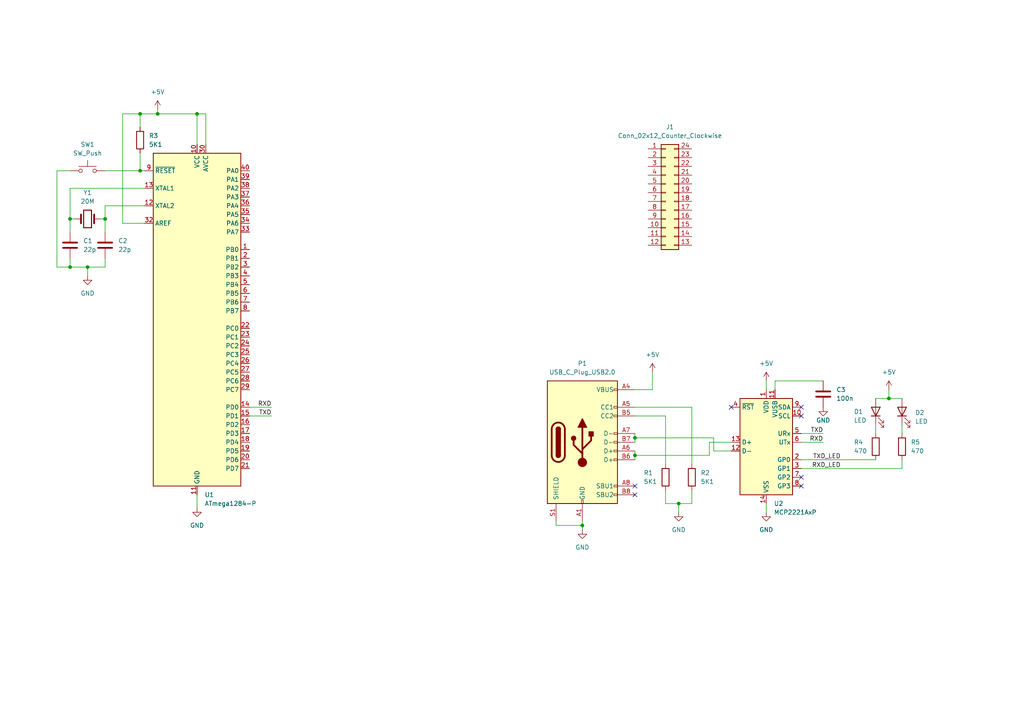
<source format=kicad_sch>
(kicad_sch (version 20230121) (generator eeschema)

  (uuid 8c5576b1-cb3e-4456-837b-2f47818a03ab)

  (paper "A4")

  (lib_symbols
    (symbol "Connector:USB_C_Receptacle_USB2.0" (pin_names (offset 1.016)) (in_bom yes) (on_board yes)
      (property "Reference" "J" (at -10.16 19.05 0)
        (effects (font (size 1.27 1.27)) (justify left))
      )
      (property "Value" "USB_C_Receptacle_USB2.0" (at 19.05 19.05 0)
        (effects (font (size 1.27 1.27)) (justify right))
      )
      (property "Footprint" "" (at 3.81 0 0)
        (effects (font (size 1.27 1.27)) hide)
      )
      (property "Datasheet" "https://www.usb.org/sites/default/files/documents/usb_type-c.zip" (at 3.81 0 0)
        (effects (font (size 1.27 1.27)) hide)
      )
      (property "ki_keywords" "usb universal serial bus type-C USB2.0" (at 0 0 0)
        (effects (font (size 1.27 1.27)) hide)
      )
      (property "ki_description" "USB 2.0-only Type-C Receptacle connector" (at 0 0 0)
        (effects (font (size 1.27 1.27)) hide)
      )
      (property "ki_fp_filters" "USB*C*Receptacle*" (at 0 0 0)
        (effects (font (size 1.27 1.27)) hide)
      )
      (symbol "USB_C_Receptacle_USB2.0_0_0"
        (rectangle (start -0.254 -17.78) (end 0.254 -16.764)
          (stroke (width 0) (type default))
          (fill (type none))
        )
        (rectangle (start 10.16 -14.986) (end 9.144 -15.494)
          (stroke (width 0) (type default))
          (fill (type none))
        )
        (rectangle (start 10.16 -12.446) (end 9.144 -12.954)
          (stroke (width 0) (type default))
          (fill (type none))
        )
        (rectangle (start 10.16 -4.826) (end 9.144 -5.334)
          (stroke (width 0) (type default))
          (fill (type none))
        )
        (rectangle (start 10.16 -2.286) (end 9.144 -2.794)
          (stroke (width 0) (type default))
          (fill (type none))
        )
        (rectangle (start 10.16 0.254) (end 9.144 -0.254)
          (stroke (width 0) (type default))
          (fill (type none))
        )
        (rectangle (start 10.16 2.794) (end 9.144 2.286)
          (stroke (width 0) (type default))
          (fill (type none))
        )
        (rectangle (start 10.16 7.874) (end 9.144 7.366)
          (stroke (width 0) (type default))
          (fill (type none))
        )
        (rectangle (start 10.16 10.414) (end 9.144 9.906)
          (stroke (width 0) (type default))
          (fill (type none))
        )
        (rectangle (start 10.16 15.494) (end 9.144 14.986)
          (stroke (width 0) (type default))
          (fill (type none))
        )
      )
      (symbol "USB_C_Receptacle_USB2.0_0_1"
        (rectangle (start -10.16 17.78) (end 10.16 -17.78)
          (stroke (width 0.254) (type default))
          (fill (type background))
        )
        (arc (start -8.89 -3.81) (mid -6.985 -5.7067) (end -5.08 -3.81)
          (stroke (width 0.508) (type default))
          (fill (type none))
        )
        (arc (start -7.62 -3.81) (mid -6.985 -4.4423) (end -6.35 -3.81)
          (stroke (width 0.254) (type default))
          (fill (type none))
        )
        (arc (start -7.62 -3.81) (mid -6.985 -4.4423) (end -6.35 -3.81)
          (stroke (width 0.254) (type default))
          (fill (type outline))
        )
        (rectangle (start -7.62 -3.81) (end -6.35 3.81)
          (stroke (width 0.254) (type default))
          (fill (type outline))
        )
        (arc (start -6.35 3.81) (mid -6.985 4.4423) (end -7.62 3.81)
          (stroke (width 0.254) (type default))
          (fill (type none))
        )
        (arc (start -6.35 3.81) (mid -6.985 4.4423) (end -7.62 3.81)
          (stroke (width 0.254) (type default))
          (fill (type outline))
        )
        (arc (start -5.08 3.81) (mid -6.985 5.7067) (end -8.89 3.81)
          (stroke (width 0.508) (type default))
          (fill (type none))
        )
        (circle (center -2.54 1.143) (radius 0.635)
          (stroke (width 0.254) (type default))
          (fill (type outline))
        )
        (circle (center 0 -5.842) (radius 1.27)
          (stroke (width 0) (type default))
          (fill (type outline))
        )
        (polyline
          (pts
            (xy -8.89 -3.81)
            (xy -8.89 3.81)
          )
          (stroke (width 0.508) (type default))
          (fill (type none))
        )
        (polyline
          (pts
            (xy -5.08 3.81)
            (xy -5.08 -3.81)
          )
          (stroke (width 0.508) (type default))
          (fill (type none))
        )
        (polyline
          (pts
            (xy 0 -5.842)
            (xy 0 4.318)
          )
          (stroke (width 0.508) (type default))
          (fill (type none))
        )
        (polyline
          (pts
            (xy 0 -3.302)
            (xy -2.54 -0.762)
            (xy -2.54 0.508)
          )
          (stroke (width 0.508) (type default))
          (fill (type none))
        )
        (polyline
          (pts
            (xy 0 -2.032)
            (xy 2.54 0.508)
            (xy 2.54 1.778)
          )
          (stroke (width 0.508) (type default))
          (fill (type none))
        )
        (polyline
          (pts
            (xy -1.27 4.318)
            (xy 0 6.858)
            (xy 1.27 4.318)
            (xy -1.27 4.318)
          )
          (stroke (width 0.254) (type default))
          (fill (type outline))
        )
        (rectangle (start 1.905 1.778) (end 3.175 3.048)
          (stroke (width 0.254) (type default))
          (fill (type outline))
        )
      )
      (symbol "USB_C_Receptacle_USB2.0_1_1"
        (pin passive line (at 0 -22.86 90) (length 5.08)
          (name "GND" (effects (font (size 1.27 1.27))))
          (number "A1" (effects (font (size 1.27 1.27))))
        )
        (pin passive line (at 0 -22.86 90) (length 5.08) hide
          (name "GND" (effects (font (size 1.27 1.27))))
          (number "A12" (effects (font (size 1.27 1.27))))
        )
        (pin passive line (at 15.24 15.24 180) (length 5.08)
          (name "VBUS" (effects (font (size 1.27 1.27))))
          (number "A4" (effects (font (size 1.27 1.27))))
        )
        (pin bidirectional line (at 15.24 10.16 180) (length 5.08)
          (name "CC1" (effects (font (size 1.27 1.27))))
          (number "A5" (effects (font (size 1.27 1.27))))
        )
        (pin bidirectional line (at 15.24 -2.54 180) (length 5.08)
          (name "D+" (effects (font (size 1.27 1.27))))
          (number "A6" (effects (font (size 1.27 1.27))))
        )
        (pin bidirectional line (at 15.24 2.54 180) (length 5.08)
          (name "D-" (effects (font (size 1.27 1.27))))
          (number "A7" (effects (font (size 1.27 1.27))))
        )
        (pin bidirectional line (at 15.24 -12.7 180) (length 5.08)
          (name "SBU1" (effects (font (size 1.27 1.27))))
          (number "A8" (effects (font (size 1.27 1.27))))
        )
        (pin passive line (at 15.24 15.24 180) (length 5.08) hide
          (name "VBUS" (effects (font (size 1.27 1.27))))
          (number "A9" (effects (font (size 1.27 1.27))))
        )
        (pin passive line (at 0 -22.86 90) (length 5.08) hide
          (name "GND" (effects (font (size 1.27 1.27))))
          (number "B1" (effects (font (size 1.27 1.27))))
        )
        (pin passive line (at 0 -22.86 90) (length 5.08) hide
          (name "GND" (effects (font (size 1.27 1.27))))
          (number "B12" (effects (font (size 1.27 1.27))))
        )
        (pin passive line (at 15.24 15.24 180) (length 5.08) hide
          (name "VBUS" (effects (font (size 1.27 1.27))))
          (number "B4" (effects (font (size 1.27 1.27))))
        )
        (pin bidirectional line (at 15.24 7.62 180) (length 5.08)
          (name "CC2" (effects (font (size 1.27 1.27))))
          (number "B5" (effects (font (size 1.27 1.27))))
        )
        (pin bidirectional line (at 15.24 -5.08 180) (length 5.08)
          (name "D+" (effects (font (size 1.27 1.27))))
          (number "B6" (effects (font (size 1.27 1.27))))
        )
        (pin bidirectional line (at 15.24 0 180) (length 5.08)
          (name "D-" (effects (font (size 1.27 1.27))))
          (number "B7" (effects (font (size 1.27 1.27))))
        )
        (pin bidirectional line (at 15.24 -15.24 180) (length 5.08)
          (name "SBU2" (effects (font (size 1.27 1.27))))
          (number "B8" (effects (font (size 1.27 1.27))))
        )
        (pin passive line (at 15.24 15.24 180) (length 5.08) hide
          (name "VBUS" (effects (font (size 1.27 1.27))))
          (number "B9" (effects (font (size 1.27 1.27))))
        )
        (pin passive line (at -7.62 -22.86 90) (length 5.08)
          (name "SHIELD" (effects (font (size 1.27 1.27))))
          (number "S1" (effects (font (size 1.27 1.27))))
        )
      )
    )
    (symbol "Connector_Generic:Conn_02x12_Counter_Clockwise" (pin_names (offset 1.016) hide) (in_bom yes) (on_board yes)
      (property "Reference" "J" (at 1.27 15.24 0)
        (effects (font (size 1.27 1.27)))
      )
      (property "Value" "Conn_02x12_Counter_Clockwise" (at 1.27 -17.78 0)
        (effects (font (size 1.27 1.27)))
      )
      (property "Footprint" "" (at 0 0 0)
        (effects (font (size 1.27 1.27)) hide)
      )
      (property "Datasheet" "~" (at 0 0 0)
        (effects (font (size 1.27 1.27)) hide)
      )
      (property "ki_keywords" "connector" (at 0 0 0)
        (effects (font (size 1.27 1.27)) hide)
      )
      (property "ki_description" "Generic connector, double row, 02x12, counter clockwise pin numbering scheme (similar to DIP package numbering), script generated (kicad-library-utils/schlib/autogen/connector/)" (at 0 0 0)
        (effects (font (size 1.27 1.27)) hide)
      )
      (property "ki_fp_filters" "Connector*:*_2x??_*" (at 0 0 0)
        (effects (font (size 1.27 1.27)) hide)
      )
      (symbol "Conn_02x12_Counter_Clockwise_1_1"
        (rectangle (start -1.27 -15.113) (end 0 -15.367)
          (stroke (width 0.1524) (type default))
          (fill (type none))
        )
        (rectangle (start -1.27 -12.573) (end 0 -12.827)
          (stroke (width 0.1524) (type default))
          (fill (type none))
        )
        (rectangle (start -1.27 -10.033) (end 0 -10.287)
          (stroke (width 0.1524) (type default))
          (fill (type none))
        )
        (rectangle (start -1.27 -7.493) (end 0 -7.747)
          (stroke (width 0.1524) (type default))
          (fill (type none))
        )
        (rectangle (start -1.27 -4.953) (end 0 -5.207)
          (stroke (width 0.1524) (type default))
          (fill (type none))
        )
        (rectangle (start -1.27 -2.413) (end 0 -2.667)
          (stroke (width 0.1524) (type default))
          (fill (type none))
        )
        (rectangle (start -1.27 0.127) (end 0 -0.127)
          (stroke (width 0.1524) (type default))
          (fill (type none))
        )
        (rectangle (start -1.27 2.667) (end 0 2.413)
          (stroke (width 0.1524) (type default))
          (fill (type none))
        )
        (rectangle (start -1.27 5.207) (end 0 4.953)
          (stroke (width 0.1524) (type default))
          (fill (type none))
        )
        (rectangle (start -1.27 7.747) (end 0 7.493)
          (stroke (width 0.1524) (type default))
          (fill (type none))
        )
        (rectangle (start -1.27 10.287) (end 0 10.033)
          (stroke (width 0.1524) (type default))
          (fill (type none))
        )
        (rectangle (start -1.27 12.827) (end 0 12.573)
          (stroke (width 0.1524) (type default))
          (fill (type none))
        )
        (rectangle (start -1.27 13.97) (end 3.81 -16.51)
          (stroke (width 0.254) (type default))
          (fill (type background))
        )
        (rectangle (start 3.81 -15.113) (end 2.54 -15.367)
          (stroke (width 0.1524) (type default))
          (fill (type none))
        )
        (rectangle (start 3.81 -12.573) (end 2.54 -12.827)
          (stroke (width 0.1524) (type default))
          (fill (type none))
        )
        (rectangle (start 3.81 -10.033) (end 2.54 -10.287)
          (stroke (width 0.1524) (type default))
          (fill (type none))
        )
        (rectangle (start 3.81 -7.493) (end 2.54 -7.747)
          (stroke (width 0.1524) (type default))
          (fill (type none))
        )
        (rectangle (start 3.81 -4.953) (end 2.54 -5.207)
          (stroke (width 0.1524) (type default))
          (fill (type none))
        )
        (rectangle (start 3.81 -2.413) (end 2.54 -2.667)
          (stroke (width 0.1524) (type default))
          (fill (type none))
        )
        (rectangle (start 3.81 0.127) (end 2.54 -0.127)
          (stroke (width 0.1524) (type default))
          (fill (type none))
        )
        (rectangle (start 3.81 2.667) (end 2.54 2.413)
          (stroke (width 0.1524) (type default))
          (fill (type none))
        )
        (rectangle (start 3.81 5.207) (end 2.54 4.953)
          (stroke (width 0.1524) (type default))
          (fill (type none))
        )
        (rectangle (start 3.81 7.747) (end 2.54 7.493)
          (stroke (width 0.1524) (type default))
          (fill (type none))
        )
        (rectangle (start 3.81 10.287) (end 2.54 10.033)
          (stroke (width 0.1524) (type default))
          (fill (type none))
        )
        (rectangle (start 3.81 12.827) (end 2.54 12.573)
          (stroke (width 0.1524) (type default))
          (fill (type none))
        )
        (pin passive line (at -5.08 12.7 0) (length 3.81)
          (name "Pin_1" (effects (font (size 1.27 1.27))))
          (number "1" (effects (font (size 1.27 1.27))))
        )
        (pin passive line (at -5.08 -10.16 0) (length 3.81)
          (name "Pin_10" (effects (font (size 1.27 1.27))))
          (number "10" (effects (font (size 1.27 1.27))))
        )
        (pin passive line (at -5.08 -12.7 0) (length 3.81)
          (name "Pin_11" (effects (font (size 1.27 1.27))))
          (number "11" (effects (font (size 1.27 1.27))))
        )
        (pin passive line (at -5.08 -15.24 0) (length 3.81)
          (name "Pin_12" (effects (font (size 1.27 1.27))))
          (number "12" (effects (font (size 1.27 1.27))))
        )
        (pin passive line (at 7.62 -15.24 180) (length 3.81)
          (name "Pin_13" (effects (font (size 1.27 1.27))))
          (number "13" (effects (font (size 1.27 1.27))))
        )
        (pin passive line (at 7.62 -12.7 180) (length 3.81)
          (name "Pin_14" (effects (font (size 1.27 1.27))))
          (number "14" (effects (font (size 1.27 1.27))))
        )
        (pin passive line (at 7.62 -10.16 180) (length 3.81)
          (name "Pin_15" (effects (font (size 1.27 1.27))))
          (number "15" (effects (font (size 1.27 1.27))))
        )
        (pin passive line (at 7.62 -7.62 180) (length 3.81)
          (name "Pin_16" (effects (font (size 1.27 1.27))))
          (number "16" (effects (font (size 1.27 1.27))))
        )
        (pin passive line (at 7.62 -5.08 180) (length 3.81)
          (name "Pin_17" (effects (font (size 1.27 1.27))))
          (number "17" (effects (font (size 1.27 1.27))))
        )
        (pin passive line (at 7.62 -2.54 180) (length 3.81)
          (name "Pin_18" (effects (font (size 1.27 1.27))))
          (number "18" (effects (font (size 1.27 1.27))))
        )
        (pin passive line (at 7.62 0 180) (length 3.81)
          (name "Pin_19" (effects (font (size 1.27 1.27))))
          (number "19" (effects (font (size 1.27 1.27))))
        )
        (pin passive line (at -5.08 10.16 0) (length 3.81)
          (name "Pin_2" (effects (font (size 1.27 1.27))))
          (number "2" (effects (font (size 1.27 1.27))))
        )
        (pin passive line (at 7.62 2.54 180) (length 3.81)
          (name "Pin_20" (effects (font (size 1.27 1.27))))
          (number "20" (effects (font (size 1.27 1.27))))
        )
        (pin passive line (at 7.62 5.08 180) (length 3.81)
          (name "Pin_21" (effects (font (size 1.27 1.27))))
          (number "21" (effects (font (size 1.27 1.27))))
        )
        (pin passive line (at 7.62 7.62 180) (length 3.81)
          (name "Pin_22" (effects (font (size 1.27 1.27))))
          (number "22" (effects (font (size 1.27 1.27))))
        )
        (pin passive line (at 7.62 10.16 180) (length 3.81)
          (name "Pin_23" (effects (font (size 1.27 1.27))))
          (number "23" (effects (font (size 1.27 1.27))))
        )
        (pin passive line (at 7.62 12.7 180) (length 3.81)
          (name "Pin_24" (effects (font (size 1.27 1.27))))
          (number "24" (effects (font (size 1.27 1.27))))
        )
        (pin passive line (at -5.08 7.62 0) (length 3.81)
          (name "Pin_3" (effects (font (size 1.27 1.27))))
          (number "3" (effects (font (size 1.27 1.27))))
        )
        (pin passive line (at -5.08 5.08 0) (length 3.81)
          (name "Pin_4" (effects (font (size 1.27 1.27))))
          (number "4" (effects (font (size 1.27 1.27))))
        )
        (pin passive line (at -5.08 2.54 0) (length 3.81)
          (name "Pin_5" (effects (font (size 1.27 1.27))))
          (number "5" (effects (font (size 1.27 1.27))))
        )
        (pin passive line (at -5.08 0 0) (length 3.81)
          (name "Pin_6" (effects (font (size 1.27 1.27))))
          (number "6" (effects (font (size 1.27 1.27))))
        )
        (pin passive line (at -5.08 -2.54 0) (length 3.81)
          (name "Pin_7" (effects (font (size 1.27 1.27))))
          (number "7" (effects (font (size 1.27 1.27))))
        )
        (pin passive line (at -5.08 -5.08 0) (length 3.81)
          (name "Pin_8" (effects (font (size 1.27 1.27))))
          (number "8" (effects (font (size 1.27 1.27))))
        )
        (pin passive line (at -5.08 -7.62 0) (length 3.81)
          (name "Pin_9" (effects (font (size 1.27 1.27))))
          (number "9" (effects (font (size 1.27 1.27))))
        )
      )
    )
    (symbol "Device:C" (pin_numbers hide) (pin_names (offset 0.254)) (in_bom yes) (on_board yes)
      (property "Reference" "C" (at 0.635 2.54 0)
        (effects (font (size 1.27 1.27)) (justify left))
      )
      (property "Value" "C" (at 0.635 -2.54 0)
        (effects (font (size 1.27 1.27)) (justify left))
      )
      (property "Footprint" "" (at 0.9652 -3.81 0)
        (effects (font (size 1.27 1.27)) hide)
      )
      (property "Datasheet" "~" (at 0 0 0)
        (effects (font (size 1.27 1.27)) hide)
      )
      (property "ki_keywords" "cap capacitor" (at 0 0 0)
        (effects (font (size 1.27 1.27)) hide)
      )
      (property "ki_description" "Unpolarized capacitor" (at 0 0 0)
        (effects (font (size 1.27 1.27)) hide)
      )
      (property "ki_fp_filters" "C_*" (at 0 0 0)
        (effects (font (size 1.27 1.27)) hide)
      )
      (symbol "C_0_1"
        (polyline
          (pts
            (xy -2.032 -0.762)
            (xy 2.032 -0.762)
          )
          (stroke (width 0.508) (type default))
          (fill (type none))
        )
        (polyline
          (pts
            (xy -2.032 0.762)
            (xy 2.032 0.762)
          )
          (stroke (width 0.508) (type default))
          (fill (type none))
        )
      )
      (symbol "C_1_1"
        (pin passive line (at 0 3.81 270) (length 2.794)
          (name "~" (effects (font (size 1.27 1.27))))
          (number "1" (effects (font (size 1.27 1.27))))
        )
        (pin passive line (at 0 -3.81 90) (length 2.794)
          (name "~" (effects (font (size 1.27 1.27))))
          (number "2" (effects (font (size 1.27 1.27))))
        )
      )
    )
    (symbol "Device:Crystal" (pin_numbers hide) (pin_names (offset 1.016) hide) (in_bom yes) (on_board yes)
      (property "Reference" "Y" (at 0 3.81 0)
        (effects (font (size 1.27 1.27)))
      )
      (property "Value" "Crystal" (at 0 -3.81 0)
        (effects (font (size 1.27 1.27)))
      )
      (property "Footprint" "" (at 0 0 0)
        (effects (font (size 1.27 1.27)) hide)
      )
      (property "Datasheet" "~" (at 0 0 0)
        (effects (font (size 1.27 1.27)) hide)
      )
      (property "ki_keywords" "quartz ceramic resonator oscillator" (at 0 0 0)
        (effects (font (size 1.27 1.27)) hide)
      )
      (property "ki_description" "Two pin crystal" (at 0 0 0)
        (effects (font (size 1.27 1.27)) hide)
      )
      (property "ki_fp_filters" "Crystal*" (at 0 0 0)
        (effects (font (size 1.27 1.27)) hide)
      )
      (symbol "Crystal_0_1"
        (rectangle (start -1.143 2.54) (end 1.143 -2.54)
          (stroke (width 0.3048) (type default))
          (fill (type none))
        )
        (polyline
          (pts
            (xy -2.54 0)
            (xy -1.905 0)
          )
          (stroke (width 0) (type default))
          (fill (type none))
        )
        (polyline
          (pts
            (xy -1.905 -1.27)
            (xy -1.905 1.27)
          )
          (stroke (width 0.508) (type default))
          (fill (type none))
        )
        (polyline
          (pts
            (xy 1.905 -1.27)
            (xy 1.905 1.27)
          )
          (stroke (width 0.508) (type default))
          (fill (type none))
        )
        (polyline
          (pts
            (xy 2.54 0)
            (xy 1.905 0)
          )
          (stroke (width 0) (type default))
          (fill (type none))
        )
      )
      (symbol "Crystal_1_1"
        (pin passive line (at -3.81 0 0) (length 1.27)
          (name "1" (effects (font (size 1.27 1.27))))
          (number "1" (effects (font (size 1.27 1.27))))
        )
        (pin passive line (at 3.81 0 180) (length 1.27)
          (name "2" (effects (font (size 1.27 1.27))))
          (number "2" (effects (font (size 1.27 1.27))))
        )
      )
    )
    (symbol "Device:LED" (pin_numbers hide) (pin_names (offset 1.016) hide) (in_bom yes) (on_board yes)
      (property "Reference" "D" (at 0 2.54 0)
        (effects (font (size 1.27 1.27)))
      )
      (property "Value" "LED" (at 0 -2.54 0)
        (effects (font (size 1.27 1.27)))
      )
      (property "Footprint" "" (at 0 0 0)
        (effects (font (size 1.27 1.27)) hide)
      )
      (property "Datasheet" "~" (at 0 0 0)
        (effects (font (size 1.27 1.27)) hide)
      )
      (property "ki_keywords" "LED diode" (at 0 0 0)
        (effects (font (size 1.27 1.27)) hide)
      )
      (property "ki_description" "Light emitting diode" (at 0 0 0)
        (effects (font (size 1.27 1.27)) hide)
      )
      (property "ki_fp_filters" "LED* LED_SMD:* LED_THT:*" (at 0 0 0)
        (effects (font (size 1.27 1.27)) hide)
      )
      (symbol "LED_0_1"
        (polyline
          (pts
            (xy -1.27 -1.27)
            (xy -1.27 1.27)
          )
          (stroke (width 0.254) (type default))
          (fill (type none))
        )
        (polyline
          (pts
            (xy -1.27 0)
            (xy 1.27 0)
          )
          (stroke (width 0) (type default))
          (fill (type none))
        )
        (polyline
          (pts
            (xy 1.27 -1.27)
            (xy 1.27 1.27)
            (xy -1.27 0)
            (xy 1.27 -1.27)
          )
          (stroke (width 0.254) (type default))
          (fill (type none))
        )
        (polyline
          (pts
            (xy -3.048 -0.762)
            (xy -4.572 -2.286)
            (xy -3.81 -2.286)
            (xy -4.572 -2.286)
            (xy -4.572 -1.524)
          )
          (stroke (width 0) (type default))
          (fill (type none))
        )
        (polyline
          (pts
            (xy -1.778 -0.762)
            (xy -3.302 -2.286)
            (xy -2.54 -2.286)
            (xy -3.302 -2.286)
            (xy -3.302 -1.524)
          )
          (stroke (width 0) (type default))
          (fill (type none))
        )
      )
      (symbol "LED_1_1"
        (pin passive line (at -3.81 0 0) (length 2.54)
          (name "K" (effects (font (size 1.27 1.27))))
          (number "1" (effects (font (size 1.27 1.27))))
        )
        (pin passive line (at 3.81 0 180) (length 2.54)
          (name "A" (effects (font (size 1.27 1.27))))
          (number "2" (effects (font (size 1.27 1.27))))
        )
      )
    )
    (symbol "Device:R" (pin_numbers hide) (pin_names (offset 0)) (in_bom yes) (on_board yes)
      (property "Reference" "R" (at 2.032 0 90)
        (effects (font (size 1.27 1.27)))
      )
      (property "Value" "R" (at 0 0 90)
        (effects (font (size 1.27 1.27)))
      )
      (property "Footprint" "" (at -1.778 0 90)
        (effects (font (size 1.27 1.27)) hide)
      )
      (property "Datasheet" "~" (at 0 0 0)
        (effects (font (size 1.27 1.27)) hide)
      )
      (property "ki_keywords" "R res resistor" (at 0 0 0)
        (effects (font (size 1.27 1.27)) hide)
      )
      (property "ki_description" "Resistor" (at 0 0 0)
        (effects (font (size 1.27 1.27)) hide)
      )
      (property "ki_fp_filters" "R_*" (at 0 0 0)
        (effects (font (size 1.27 1.27)) hide)
      )
      (symbol "R_0_1"
        (rectangle (start -1.016 -2.54) (end 1.016 2.54)
          (stroke (width 0.254) (type default))
          (fill (type none))
        )
      )
      (symbol "R_1_1"
        (pin passive line (at 0 3.81 270) (length 1.27)
          (name "~" (effects (font (size 1.27 1.27))))
          (number "1" (effects (font (size 1.27 1.27))))
        )
        (pin passive line (at 0 -3.81 90) (length 1.27)
          (name "~" (effects (font (size 1.27 1.27))))
          (number "2" (effects (font (size 1.27 1.27))))
        )
      )
    )
    (symbol "Interface_USB:MCP2221AxP" (in_bom yes) (on_board yes)
      (property "Reference" "U" (at -7.62 16.51 0)
        (effects (font (size 1.27 1.27)))
      )
      (property "Value" "MCP2221AxP" (at 12.7 16.51 0)
        (effects (font (size 1.27 1.27)))
      )
      (property "Footprint" "Package_DIP:DIP-14_W7.62mm" (at 0 25.4 0)
        (effects (font (size 1.27 1.27)) hide)
      )
      (property "Datasheet" "http://ww1.microchip.com/downloads/en/DeviceDoc/20005565B.pdf" (at 0 17.78 0)
        (effects (font (size 1.27 1.27)) hide)
      )
      (property "ki_keywords" "USB I2C UART Converter Bridge" (at 0 0 0)
        (effects (font (size 1.27 1.27)) hide)
      )
      (property "ki_description" "USB to I2C/UART Protocol Converter with GPIO, DIP-14" (at 0 0 0)
        (effects (font (size 1.27 1.27)) hide)
      )
      (property "ki_fp_filters" "DIP*W7.62mm*" (at 0 0 0)
        (effects (font (size 1.27 1.27)) hide)
      )
      (symbol "MCP2221AxP_0_1"
        (rectangle (start -7.62 15.24) (end 7.62 -12.7)
          (stroke (width 0.254) (type default))
          (fill (type background))
        )
      )
      (symbol "MCP2221AxP_1_1"
        (pin power_in line (at 0 17.78 270) (length 2.54)
          (name "VDD" (effects (font (size 1.27 1.27))))
          (number "1" (effects (font (size 1.27 1.27))))
        )
        (pin bidirectional line (at 10.16 10.16 180) (length 2.54)
          (name "SCL" (effects (font (size 1.27 1.27))))
          (number "10" (effects (font (size 1.27 1.27))))
        )
        (pin passive line (at 2.54 17.78 270) (length 2.54)
          (name "VUSB" (effects (font (size 1.27 1.27))))
          (number "11" (effects (font (size 1.27 1.27))))
        )
        (pin bidirectional line (at -10.16 0 0) (length 2.54)
          (name "D-" (effects (font (size 1.27 1.27))))
          (number "12" (effects (font (size 1.27 1.27))))
        )
        (pin bidirectional line (at -10.16 2.54 0) (length 2.54)
          (name "D+" (effects (font (size 1.27 1.27))))
          (number "13" (effects (font (size 1.27 1.27))))
        )
        (pin power_in line (at 0 -15.24 90) (length 2.54)
          (name "VSS" (effects (font (size 1.27 1.27))))
          (number "14" (effects (font (size 1.27 1.27))))
        )
        (pin bidirectional line (at 10.16 -2.54 180) (length 2.54)
          (name "GP0" (effects (font (size 1.27 1.27))))
          (number "2" (effects (font (size 1.27 1.27))))
        )
        (pin bidirectional line (at 10.16 -5.08 180) (length 2.54)
          (name "GP1" (effects (font (size 1.27 1.27))))
          (number "3" (effects (font (size 1.27 1.27))))
        )
        (pin input line (at -10.16 12.7 0) (length 2.54)
          (name "~{RST}" (effects (font (size 1.27 1.27))))
          (number "4" (effects (font (size 1.27 1.27))))
        )
        (pin input line (at 10.16 5.08 180) (length 2.54)
          (name "URx" (effects (font (size 1.27 1.27))))
          (number "5" (effects (font (size 1.27 1.27))))
        )
        (pin output line (at 10.16 2.54 180) (length 2.54)
          (name "UTx" (effects (font (size 1.27 1.27))))
          (number "6" (effects (font (size 1.27 1.27))))
        )
        (pin bidirectional line (at 10.16 -7.62 180) (length 2.54)
          (name "GP2" (effects (font (size 1.27 1.27))))
          (number "7" (effects (font (size 1.27 1.27))))
        )
        (pin bidirectional line (at 10.16 -10.16 180) (length 2.54)
          (name "GP3" (effects (font (size 1.27 1.27))))
          (number "8" (effects (font (size 1.27 1.27))))
        )
        (pin bidirectional line (at 10.16 12.7 180) (length 2.54)
          (name "SDA" (effects (font (size 1.27 1.27))))
          (number "9" (effects (font (size 1.27 1.27))))
        )
      )
    )
    (symbol "MCU_Microchip_ATmega:ATmega1284-P" (in_bom yes) (on_board yes)
      (property "Reference" "U" (at -12.7 49.53 0)
        (effects (font (size 1.27 1.27)) (justify left bottom))
      )
      (property "Value" "ATmega1284-P" (at 2.54 -49.53 0)
        (effects (font (size 1.27 1.27)) (justify left top))
      )
      (property "Footprint" "Package_DIP:DIP-40_W15.24mm" (at 0 0 0)
        (effects (font (size 1.27 1.27) italic) hide)
      )
      (property "Datasheet" "http://ww1.microchip.com/downloads/en/DeviceDoc/Atmel-8272-8-bit-AVR-microcontroller-ATmega164A_PA-324A_PA-644A_PA-1284_P_datasheet.pdf" (at 0 0 0)
        (effects (font (size 1.27 1.27)) hide)
      )
      (property "ki_keywords" "AVR 8bit Microcontroller MegaAVR" (at 0 0 0)
        (effects (font (size 1.27 1.27)) hide)
      )
      (property "ki_description" "20MHz, 128kB Flash, 16kB SRAM, 4kB EEPROM, JTAG, DIP-40" (at 0 0 0)
        (effects (font (size 1.27 1.27)) hide)
      )
      (property "ki_fp_filters" "DIP*W15.24mm*" (at 0 0 0)
        (effects (font (size 1.27 1.27)) hide)
      )
      (symbol "ATmega1284-P_0_1"
        (rectangle (start -12.7 -48.26) (end 12.7 48.26)
          (stroke (width 0.254) (type default))
          (fill (type background))
        )
      )
      (symbol "ATmega1284-P_1_1"
        (pin bidirectional line (at 15.24 20.32 180) (length 2.54)
          (name "PB0" (effects (font (size 1.27 1.27))))
          (number "1" (effects (font (size 1.27 1.27))))
        )
        (pin power_in line (at 0 50.8 270) (length 2.54)
          (name "VCC" (effects (font (size 1.27 1.27))))
          (number "10" (effects (font (size 1.27 1.27))))
        )
        (pin power_in line (at 0 -50.8 90) (length 2.54)
          (name "GND" (effects (font (size 1.27 1.27))))
          (number "11" (effects (font (size 1.27 1.27))))
        )
        (pin output line (at -15.24 33.02 0) (length 2.54)
          (name "XTAL2" (effects (font (size 1.27 1.27))))
          (number "12" (effects (font (size 1.27 1.27))))
        )
        (pin input line (at -15.24 38.1 0) (length 2.54)
          (name "XTAL1" (effects (font (size 1.27 1.27))))
          (number "13" (effects (font (size 1.27 1.27))))
        )
        (pin bidirectional line (at 15.24 -25.4 180) (length 2.54)
          (name "PD0" (effects (font (size 1.27 1.27))))
          (number "14" (effects (font (size 1.27 1.27))))
        )
        (pin bidirectional line (at 15.24 -27.94 180) (length 2.54)
          (name "PD1" (effects (font (size 1.27 1.27))))
          (number "15" (effects (font (size 1.27 1.27))))
        )
        (pin bidirectional line (at 15.24 -30.48 180) (length 2.54)
          (name "PD2" (effects (font (size 1.27 1.27))))
          (number "16" (effects (font (size 1.27 1.27))))
        )
        (pin bidirectional line (at 15.24 -33.02 180) (length 2.54)
          (name "PD3" (effects (font (size 1.27 1.27))))
          (number "17" (effects (font (size 1.27 1.27))))
        )
        (pin bidirectional line (at 15.24 -35.56 180) (length 2.54)
          (name "PD4" (effects (font (size 1.27 1.27))))
          (number "18" (effects (font (size 1.27 1.27))))
        )
        (pin bidirectional line (at 15.24 -38.1 180) (length 2.54)
          (name "PD5" (effects (font (size 1.27 1.27))))
          (number "19" (effects (font (size 1.27 1.27))))
        )
        (pin bidirectional line (at 15.24 17.78 180) (length 2.54)
          (name "PB1" (effects (font (size 1.27 1.27))))
          (number "2" (effects (font (size 1.27 1.27))))
        )
        (pin bidirectional line (at 15.24 -40.64 180) (length 2.54)
          (name "PD6" (effects (font (size 1.27 1.27))))
          (number "20" (effects (font (size 1.27 1.27))))
        )
        (pin bidirectional line (at 15.24 -43.18 180) (length 2.54)
          (name "PD7" (effects (font (size 1.27 1.27))))
          (number "21" (effects (font (size 1.27 1.27))))
        )
        (pin bidirectional line (at 15.24 -2.54 180) (length 2.54)
          (name "PC0" (effects (font (size 1.27 1.27))))
          (number "22" (effects (font (size 1.27 1.27))))
        )
        (pin bidirectional line (at 15.24 -5.08 180) (length 2.54)
          (name "PC1" (effects (font (size 1.27 1.27))))
          (number "23" (effects (font (size 1.27 1.27))))
        )
        (pin bidirectional line (at 15.24 -7.62 180) (length 2.54)
          (name "PC2" (effects (font (size 1.27 1.27))))
          (number "24" (effects (font (size 1.27 1.27))))
        )
        (pin bidirectional line (at 15.24 -10.16 180) (length 2.54)
          (name "PC3" (effects (font (size 1.27 1.27))))
          (number "25" (effects (font (size 1.27 1.27))))
        )
        (pin bidirectional line (at 15.24 -12.7 180) (length 2.54)
          (name "PC4" (effects (font (size 1.27 1.27))))
          (number "26" (effects (font (size 1.27 1.27))))
        )
        (pin bidirectional line (at 15.24 -15.24 180) (length 2.54)
          (name "PC5" (effects (font (size 1.27 1.27))))
          (number "27" (effects (font (size 1.27 1.27))))
        )
        (pin bidirectional line (at 15.24 -17.78 180) (length 2.54)
          (name "PC6" (effects (font (size 1.27 1.27))))
          (number "28" (effects (font (size 1.27 1.27))))
        )
        (pin bidirectional line (at 15.24 -20.32 180) (length 2.54)
          (name "PC7" (effects (font (size 1.27 1.27))))
          (number "29" (effects (font (size 1.27 1.27))))
        )
        (pin bidirectional line (at 15.24 15.24 180) (length 2.54)
          (name "PB2" (effects (font (size 1.27 1.27))))
          (number "3" (effects (font (size 1.27 1.27))))
        )
        (pin power_in line (at 2.54 50.8 270) (length 2.54)
          (name "AVCC" (effects (font (size 1.27 1.27))))
          (number "30" (effects (font (size 1.27 1.27))))
        )
        (pin passive line (at 0 -50.8 90) (length 2.54) hide
          (name "GND" (effects (font (size 1.27 1.27))))
          (number "31" (effects (font (size 1.27 1.27))))
        )
        (pin passive line (at -15.24 27.94 0) (length 2.54)
          (name "AREF" (effects (font (size 1.27 1.27))))
          (number "32" (effects (font (size 1.27 1.27))))
        )
        (pin bidirectional line (at 15.24 25.4 180) (length 2.54)
          (name "PA7" (effects (font (size 1.27 1.27))))
          (number "33" (effects (font (size 1.27 1.27))))
        )
        (pin bidirectional line (at 15.24 27.94 180) (length 2.54)
          (name "PA6" (effects (font (size 1.27 1.27))))
          (number "34" (effects (font (size 1.27 1.27))))
        )
        (pin bidirectional line (at 15.24 30.48 180) (length 2.54)
          (name "PA5" (effects (font (size 1.27 1.27))))
          (number "35" (effects (font (size 1.27 1.27))))
        )
        (pin bidirectional line (at 15.24 33.02 180) (length 2.54)
          (name "PA4" (effects (font (size 1.27 1.27))))
          (number "36" (effects (font (size 1.27 1.27))))
        )
        (pin bidirectional line (at 15.24 35.56 180) (length 2.54)
          (name "PA3" (effects (font (size 1.27 1.27))))
          (number "37" (effects (font (size 1.27 1.27))))
        )
        (pin bidirectional line (at 15.24 38.1 180) (length 2.54)
          (name "PA2" (effects (font (size 1.27 1.27))))
          (number "38" (effects (font (size 1.27 1.27))))
        )
        (pin bidirectional line (at 15.24 40.64 180) (length 2.54)
          (name "PA1" (effects (font (size 1.27 1.27))))
          (number "39" (effects (font (size 1.27 1.27))))
        )
        (pin bidirectional line (at 15.24 12.7 180) (length 2.54)
          (name "PB3" (effects (font (size 1.27 1.27))))
          (number "4" (effects (font (size 1.27 1.27))))
        )
        (pin bidirectional line (at 15.24 43.18 180) (length 2.54)
          (name "PA0" (effects (font (size 1.27 1.27))))
          (number "40" (effects (font (size 1.27 1.27))))
        )
        (pin bidirectional line (at 15.24 10.16 180) (length 2.54)
          (name "PB4" (effects (font (size 1.27 1.27))))
          (number "5" (effects (font (size 1.27 1.27))))
        )
        (pin bidirectional line (at 15.24 7.62 180) (length 2.54)
          (name "PB5" (effects (font (size 1.27 1.27))))
          (number "6" (effects (font (size 1.27 1.27))))
        )
        (pin bidirectional line (at 15.24 5.08 180) (length 2.54)
          (name "PB6" (effects (font (size 1.27 1.27))))
          (number "7" (effects (font (size 1.27 1.27))))
        )
        (pin bidirectional line (at 15.24 2.54 180) (length 2.54)
          (name "PB7" (effects (font (size 1.27 1.27))))
          (number "8" (effects (font (size 1.27 1.27))))
        )
        (pin input line (at -15.24 43.18 0) (length 2.54)
          (name "~{RESET}" (effects (font (size 1.27 1.27))))
          (number "9" (effects (font (size 1.27 1.27))))
        )
      )
    )
    (symbol "Switch:SW_Push" (pin_numbers hide) (pin_names (offset 1.016) hide) (in_bom yes) (on_board yes)
      (property "Reference" "SW" (at 1.27 2.54 0)
        (effects (font (size 1.27 1.27)) (justify left))
      )
      (property "Value" "SW_Push" (at 0 -1.524 0)
        (effects (font (size 1.27 1.27)))
      )
      (property "Footprint" "" (at 0 5.08 0)
        (effects (font (size 1.27 1.27)) hide)
      )
      (property "Datasheet" "~" (at 0 5.08 0)
        (effects (font (size 1.27 1.27)) hide)
      )
      (property "ki_keywords" "switch normally-open pushbutton push-button" (at 0 0 0)
        (effects (font (size 1.27 1.27)) hide)
      )
      (property "ki_description" "Push button switch, generic, two pins" (at 0 0 0)
        (effects (font (size 1.27 1.27)) hide)
      )
      (symbol "SW_Push_0_1"
        (circle (center -2.032 0) (radius 0.508)
          (stroke (width 0) (type default))
          (fill (type none))
        )
        (polyline
          (pts
            (xy 0 1.27)
            (xy 0 3.048)
          )
          (stroke (width 0) (type default))
          (fill (type none))
        )
        (polyline
          (pts
            (xy 2.54 1.27)
            (xy -2.54 1.27)
          )
          (stroke (width 0) (type default))
          (fill (type none))
        )
        (circle (center 2.032 0) (radius 0.508)
          (stroke (width 0) (type default))
          (fill (type none))
        )
        (pin passive line (at -5.08 0 0) (length 2.54)
          (name "1" (effects (font (size 1.27 1.27))))
          (number "1" (effects (font (size 1.27 1.27))))
        )
        (pin passive line (at 5.08 0 180) (length 2.54)
          (name "2" (effects (font (size 1.27 1.27))))
          (number "2" (effects (font (size 1.27 1.27))))
        )
      )
    )
    (symbol "power:+5V" (power) (pin_names (offset 0)) (in_bom yes) (on_board yes)
      (property "Reference" "#PWR" (at 0 -3.81 0)
        (effects (font (size 1.27 1.27)) hide)
      )
      (property "Value" "+5V" (at 0 3.556 0)
        (effects (font (size 1.27 1.27)))
      )
      (property "Footprint" "" (at 0 0 0)
        (effects (font (size 1.27 1.27)) hide)
      )
      (property "Datasheet" "" (at 0 0 0)
        (effects (font (size 1.27 1.27)) hide)
      )
      (property "ki_keywords" "global power" (at 0 0 0)
        (effects (font (size 1.27 1.27)) hide)
      )
      (property "ki_description" "Power symbol creates a global label with name \"+5V\"" (at 0 0 0)
        (effects (font (size 1.27 1.27)) hide)
      )
      (symbol "+5V_0_1"
        (polyline
          (pts
            (xy -0.762 1.27)
            (xy 0 2.54)
          )
          (stroke (width 0) (type default))
          (fill (type none))
        )
        (polyline
          (pts
            (xy 0 0)
            (xy 0 2.54)
          )
          (stroke (width 0) (type default))
          (fill (type none))
        )
        (polyline
          (pts
            (xy 0 2.54)
            (xy 0.762 1.27)
          )
          (stroke (width 0) (type default))
          (fill (type none))
        )
      )
      (symbol "+5V_1_1"
        (pin power_in line (at 0 0 90) (length 0) hide
          (name "+5V" (effects (font (size 1.27 1.27))))
          (number "1" (effects (font (size 1.27 1.27))))
        )
      )
    )
    (symbol "power:GND" (power) (pin_names (offset 0)) (in_bom yes) (on_board yes)
      (property "Reference" "#PWR" (at 0 -6.35 0)
        (effects (font (size 1.27 1.27)) hide)
      )
      (property "Value" "GND" (at 0 -3.81 0)
        (effects (font (size 1.27 1.27)))
      )
      (property "Footprint" "" (at 0 0 0)
        (effects (font (size 1.27 1.27)) hide)
      )
      (property "Datasheet" "" (at 0 0 0)
        (effects (font (size 1.27 1.27)) hide)
      )
      (property "ki_keywords" "global power" (at 0 0 0)
        (effects (font (size 1.27 1.27)) hide)
      )
      (property "ki_description" "Power symbol creates a global label with name \"GND\" , ground" (at 0 0 0)
        (effects (font (size 1.27 1.27)) hide)
      )
      (symbol "GND_0_1"
        (polyline
          (pts
            (xy 0 0)
            (xy 0 -1.27)
            (xy 1.27 -1.27)
            (xy 0 -2.54)
            (xy -1.27 -1.27)
            (xy 0 -1.27)
          )
          (stroke (width 0) (type default))
          (fill (type none))
        )
      )
      (symbol "GND_1_1"
        (pin power_in line (at 0 0 270) (length 0) hide
          (name "GND" (effects (font (size 1.27 1.27))))
          (number "1" (effects (font (size 1.27 1.27))))
        )
      )
    )
  )

  (junction (at 257.81 115.57) (diameter 0) (color 0 0 0 0)
    (uuid 028eebb4-c010-4d27-b304-b38b6bf31e76)
  )
  (junction (at 168.91 152.4) (diameter 0) (color 0 0 0 0)
    (uuid 3b7f1501-c8e2-48b7-b1ec-382a1df25f22)
  )
  (junction (at 40.64 33.02) (diameter 0) (color 0 0 0 0)
    (uuid 549d5ed9-ff4e-4b0f-a9a0-26466e9e373a)
  )
  (junction (at 40.64 49.53) (diameter 0) (color 0 0 0 0)
    (uuid 5d6fe422-d171-49e6-9169-94aa9b2132f3)
  )
  (junction (at 30.48 63.5) (diameter 0) (color 0 0 0 0)
    (uuid 643f1731-efbf-4359-b5d5-e05e29af4db0)
  )
  (junction (at 196.85 146.05) (diameter 0) (color 0 0 0 0)
    (uuid 7182b451-cb04-4611-931b-95aba6b0bd8a)
  )
  (junction (at 20.32 63.5) (diameter 0) (color 0 0 0 0)
    (uuid 7552b292-8b79-4829-a3a2-62a1df56e67d)
  )
  (junction (at 57.15 33.02) (diameter 0) (color 0 0 0 0)
    (uuid 95f2d77c-721c-4a13-8c0b-4ed45c4b30ce)
  )
  (junction (at 45.72 33.02) (diameter 0) (color 0 0 0 0)
    (uuid a084cdf4-fd1f-47b1-8e92-7cd13a27c088)
  )
  (junction (at 25.4 77.47) (diameter 0) (color 0 0 0 0)
    (uuid bc3b5778-f3e2-4f8c-bb38-66204951171b)
  )
  (junction (at 184.15 132.08) (diameter 0) (color 0 0 0 0)
    (uuid d457f3ff-29b2-44a9-8ca5-7c07e9f83134)
  )
  (junction (at 184.15 127) (diameter 0) (color 0 0 0 0)
    (uuid e66584cd-37c9-4223-b307-4c449a07c824)
  )
  (junction (at 20.32 77.47) (diameter 0) (color 0 0 0 0)
    (uuid fcc66a8a-b123-4f0b-8745-df389d6dc005)
  )

  (no_connect (at 232.41 118.11) (uuid 135be432-b79b-4cf0-ae5b-15734770ee83))
  (no_connect (at 232.41 120.65) (uuid 3376a870-936b-495a-9f90-7b8ddb39e35e))
  (no_connect (at 232.41 138.43) (uuid 41111107-f42f-4740-bbb7-209965b749ca))
  (no_connect (at 232.41 140.97) (uuid 488bb34a-ce3b-46ee-ada2-8add1dd1e260))
  (no_connect (at 184.15 140.97) (uuid 7a182019-0d3a-4ce2-8de8-df3f29bae747))
  (no_connect (at 212.09 118.11) (uuid 91266402-4300-4db6-a280-a5d3caa02eb2))
  (no_connect (at 184.15 143.51) (uuid c08fa159-0b1f-4b63-85bf-0a62d94b9c6a))

  (wire (pts (xy 261.62 123.19) (xy 261.62 125.73))
    (stroke (width 0) (type default))
    (uuid 06162f37-7534-496d-aebd-15a3dbd59040)
  )
  (wire (pts (xy 40.64 44.45) (xy 40.64 49.53))
    (stroke (width 0) (type default))
    (uuid 064d1ce7-cf44-4263-b730-a142c6742bd2)
  )
  (wire (pts (xy 232.41 125.73) (xy 238.76 125.73))
    (stroke (width 0) (type default))
    (uuid 09cc0fde-e62a-4b4d-8603-06239ad57d0c)
  )
  (wire (pts (xy 161.29 151.13) (xy 161.29 152.4))
    (stroke (width 0) (type default))
    (uuid 0b2894d2-fbf6-4a55-9345-bb1fa808c4d9)
  )
  (wire (pts (xy 184.15 113.03) (xy 189.23 113.03))
    (stroke (width 0) (type default))
    (uuid 0b86e80b-b307-4cb8-be8f-e4918623960a)
  )
  (wire (pts (xy 57.15 143.51) (xy 57.15 147.32))
    (stroke (width 0) (type default))
    (uuid 10ea4f58-59fa-4c61-9b2e-f6a16297840f)
  )
  (wire (pts (xy 72.39 118.11) (xy 78.74 118.11))
    (stroke (width 0) (type default))
    (uuid 148700f7-0b0c-4eae-8f96-0f920bc20794)
  )
  (wire (pts (xy 193.04 146.05) (xy 196.85 146.05))
    (stroke (width 0) (type default))
    (uuid 1a9f8125-4ab1-42c6-85f0-05e4262e2172)
  )
  (wire (pts (xy 41.91 54.61) (xy 20.32 54.61))
    (stroke (width 0) (type default))
    (uuid 1d2855e9-ffd5-4724-9cc8-e1a8ae580918)
  )
  (wire (pts (xy 200.66 118.11) (xy 200.66 134.62))
    (stroke (width 0) (type default))
    (uuid 1eda4608-086f-4c34-b651-dac6885332b4)
  )
  (wire (pts (xy 20.32 54.61) (xy 20.32 63.5))
    (stroke (width 0) (type default))
    (uuid 256583d2-e98e-473b-ba27-d9f78718627d)
  )
  (wire (pts (xy 20.32 63.5) (xy 21.59 63.5))
    (stroke (width 0) (type default))
    (uuid 28140268-d6c0-4f31-a5cf-fa5e34f4ce4b)
  )
  (wire (pts (xy 232.41 133.35) (xy 254 133.35))
    (stroke (width 0) (type default))
    (uuid 2871670a-b8f2-4455-ac94-399077ffcdf1)
  )
  (wire (pts (xy 205.74 132.08) (xy 205.74 128.27))
    (stroke (width 0) (type default))
    (uuid 2902ba3e-d0aa-41fa-b841-7a024c9f67e3)
  )
  (wire (pts (xy 232.41 135.89) (xy 261.62 135.89))
    (stroke (width 0) (type default))
    (uuid 2bbfbeb0-e760-4c1a-9cba-6a9bbf0ba1fb)
  )
  (wire (pts (xy 193.04 142.24) (xy 193.04 146.05))
    (stroke (width 0) (type default))
    (uuid 333a6953-b47a-42b9-91ac-329040e9346e)
  )
  (wire (pts (xy 30.48 63.5) (xy 30.48 67.31))
    (stroke (width 0) (type default))
    (uuid 34adf9aa-1532-4920-a396-167151597f3f)
  )
  (wire (pts (xy 40.64 33.02) (xy 45.72 33.02))
    (stroke (width 0) (type default))
    (uuid 378a6b06-1526-45e3-9ac5-87adb1ab5928)
  )
  (wire (pts (xy 254 123.19) (xy 254 125.73))
    (stroke (width 0) (type default))
    (uuid 38b2f8a4-d649-4ebf-9af6-b671ac5d4e78)
  )
  (wire (pts (xy 184.15 130.81) (xy 184.15 132.08))
    (stroke (width 0) (type default))
    (uuid 3993f9ca-22eb-40e9-97a1-dcd5a00a019f)
  )
  (wire (pts (xy 41.91 64.77) (xy 35.56 64.77))
    (stroke (width 0) (type default))
    (uuid 3a288532-325b-475e-b913-a50d82aec20a)
  )
  (wire (pts (xy 184.15 127) (xy 184.15 128.27))
    (stroke (width 0) (type default))
    (uuid 3b42617d-84cd-410c-9da2-48985520a12c)
  )
  (wire (pts (xy 257.81 113.03) (xy 257.81 115.57))
    (stroke (width 0) (type default))
    (uuid 3d9150d9-2221-44da-a1bf-340934bbe898)
  )
  (wire (pts (xy 168.91 151.13) (xy 168.91 152.4))
    (stroke (width 0) (type default))
    (uuid 44704c9a-32a6-4e24-9166-36753fefc15c)
  )
  (wire (pts (xy 189.23 107.95) (xy 189.23 113.03))
    (stroke (width 0) (type default))
    (uuid 48f0d08c-5aca-485e-827b-83ef240b0b4a)
  )
  (wire (pts (xy 200.66 142.24) (xy 200.66 146.05))
    (stroke (width 0) (type default))
    (uuid 495fe028-528d-425a-935e-b84251022a57)
  )
  (wire (pts (xy 45.72 33.02) (xy 57.15 33.02))
    (stroke (width 0) (type default))
    (uuid 4c4abfb1-8a93-434d-8b91-19f21aabe2ad)
  )
  (wire (pts (xy 30.48 59.69) (xy 30.48 63.5))
    (stroke (width 0) (type default))
    (uuid 56347fe3-869e-4b99-a344-bdc2ee9a0f57)
  )
  (wire (pts (xy 16.51 77.47) (xy 20.32 77.47))
    (stroke (width 0) (type default))
    (uuid 5bfa95d1-c440-48c2-865b-dd5b71e4ee8b)
  )
  (wire (pts (xy 205.74 128.27) (xy 212.09 128.27))
    (stroke (width 0) (type default))
    (uuid 5fc21959-cd7f-4160-bad5-02f03e1c8163)
  )
  (wire (pts (xy 30.48 77.47) (xy 30.48 74.93))
    (stroke (width 0) (type default))
    (uuid 6b371d80-7659-41a0-8cfe-bb123b14caba)
  )
  (wire (pts (xy 224.79 110.49) (xy 238.76 110.49))
    (stroke (width 0) (type default))
    (uuid 6e1174c8-a372-4921-86f2-366a056c97fa)
  )
  (wire (pts (xy 232.41 128.27) (xy 238.76 128.27))
    (stroke (width 0) (type default))
    (uuid 6edc44ec-272c-4bbe-9a72-0d662449d167)
  )
  (wire (pts (xy 59.69 33.02) (xy 59.69 41.91))
    (stroke (width 0) (type default))
    (uuid 7022320b-2eb2-4c89-b9a0-92597a3b8c19)
  )
  (wire (pts (xy 41.91 49.53) (xy 40.64 49.53))
    (stroke (width 0) (type default))
    (uuid 7365ee5b-df3f-4691-9aa6-d33d96a2756c)
  )
  (wire (pts (xy 35.56 33.02) (xy 40.64 33.02))
    (stroke (width 0) (type default))
    (uuid 73ed5933-27ee-4603-b8c3-7e8b60068e94)
  )
  (wire (pts (xy 57.15 33.02) (xy 59.69 33.02))
    (stroke (width 0) (type default))
    (uuid 77f0756b-a911-448e-bfe4-bc14bdb54424)
  )
  (wire (pts (xy 184.15 127) (xy 207.01 127))
    (stroke (width 0) (type default))
    (uuid 8cec504f-f3b7-4424-86b2-736d47f5c0b0)
  )
  (wire (pts (xy 20.32 74.93) (xy 20.32 77.47))
    (stroke (width 0) (type default))
    (uuid 8f697871-5bd4-46e4-aa5d-65d741c2efd6)
  )
  (wire (pts (xy 25.4 77.47) (xy 25.4 80.01))
    (stroke (width 0) (type default))
    (uuid 92062ba5-95c8-4662-9be3-dd2d7d25cb70)
  )
  (wire (pts (xy 196.85 146.05) (xy 196.85 148.59))
    (stroke (width 0) (type default))
    (uuid 9b918c4e-b9c6-415b-9ad7-6ce196aa17aa)
  )
  (wire (pts (xy 30.48 59.69) (xy 41.91 59.69))
    (stroke (width 0) (type default))
    (uuid a56b5fdd-008f-4eb3-ae99-5a1849834843)
  )
  (wire (pts (xy 16.51 49.53) (xy 20.32 49.53))
    (stroke (width 0) (type default))
    (uuid a5ba9232-e383-4bf1-b7e7-0d9a93a84a5a)
  )
  (wire (pts (xy 35.56 64.77) (xy 35.56 33.02))
    (stroke (width 0) (type default))
    (uuid abcae535-1cdf-4dee-8717-3ced854c77a9)
  )
  (wire (pts (xy 196.85 146.05) (xy 200.66 146.05))
    (stroke (width 0) (type default))
    (uuid acc14102-12c3-47fa-874f-6929dab4c415)
  )
  (wire (pts (xy 184.15 120.65) (xy 193.04 120.65))
    (stroke (width 0) (type default))
    (uuid b2e780e0-01f5-4ea0-8073-a9b26d603469)
  )
  (wire (pts (xy 184.15 132.08) (xy 205.74 132.08))
    (stroke (width 0) (type default))
    (uuid bc75df55-aa90-48f4-aa9d-23bb1acddd72)
  )
  (wire (pts (xy 20.32 63.5) (xy 20.32 67.31))
    (stroke (width 0) (type default))
    (uuid be6508a4-b1e7-4209-b0fc-e8a32e132d8a)
  )
  (wire (pts (xy 222.25 110.49) (xy 222.25 113.03))
    (stroke (width 0) (type default))
    (uuid c7ab69fd-11ff-4420-b8c7-597a6215b909)
  )
  (wire (pts (xy 40.64 33.02) (xy 40.64 36.83))
    (stroke (width 0) (type default))
    (uuid c7fd674c-8a95-48c9-aeb2-d066053c59a4)
  )
  (wire (pts (xy 193.04 120.65) (xy 193.04 134.62))
    (stroke (width 0) (type default))
    (uuid c91fff98-da94-4808-94c9-43be10d5e0be)
  )
  (wire (pts (xy 30.48 49.53) (xy 40.64 49.53))
    (stroke (width 0) (type default))
    (uuid d3ca171b-fb69-469c-9243-4f1b5ec40e5d)
  )
  (wire (pts (xy 224.79 113.03) (xy 224.79 110.49))
    (stroke (width 0) (type default))
    (uuid d3dec68c-89d8-41be-bd48-d2b2c8eb5400)
  )
  (wire (pts (xy 184.15 125.73) (xy 184.15 127))
    (stroke (width 0) (type default))
    (uuid d4e9aff2-0b8e-4094-a84f-6b931d20aa94)
  )
  (wire (pts (xy 168.91 152.4) (xy 168.91 153.67))
    (stroke (width 0) (type default))
    (uuid d8e0a521-f1a1-4bff-bc8f-77622bce7220)
  )
  (wire (pts (xy 254 115.57) (xy 257.81 115.57))
    (stroke (width 0) (type default))
    (uuid d93032c5-d50d-478f-8aab-1f779d085e6f)
  )
  (wire (pts (xy 184.15 118.11) (xy 200.66 118.11))
    (stroke (width 0) (type default))
    (uuid de2cea60-3928-4bc9-be3b-df6b045500e7)
  )
  (wire (pts (xy 222.25 148.59) (xy 222.25 146.05))
    (stroke (width 0) (type default))
    (uuid deb3b07a-988f-430b-9962-0abb3e24e0b2)
  )
  (wire (pts (xy 207.01 127) (xy 207.01 130.81))
    (stroke (width 0) (type default))
    (uuid e2b85f9d-1908-471b-aa9d-37217380c5bd)
  )
  (wire (pts (xy 161.29 152.4) (xy 168.91 152.4))
    (stroke (width 0) (type default))
    (uuid e3ea5f71-a7d1-45a9-8574-3ea14ed251e4)
  )
  (wire (pts (xy 25.4 77.47) (xy 30.48 77.47))
    (stroke (width 0) (type default))
    (uuid e4e8fcd7-3d25-437d-86c9-38b96d3b043c)
  )
  (wire (pts (xy 57.15 33.02) (xy 57.15 41.91))
    (stroke (width 0) (type default))
    (uuid e5bb0344-8623-4b9a-859a-218f713835b2)
  )
  (wire (pts (xy 72.39 120.65) (xy 78.74 120.65))
    (stroke (width 0) (type default))
    (uuid ea54bfd6-8e09-40c7-97aa-b88eb42a4e15)
  )
  (wire (pts (xy 20.32 77.47) (xy 25.4 77.47))
    (stroke (width 0) (type default))
    (uuid ec7df0aa-f81a-4f3e-8767-3c271525bc0a)
  )
  (wire (pts (xy 257.81 115.57) (xy 261.62 115.57))
    (stroke (width 0) (type default))
    (uuid ed2aef2a-891e-4b11-9b82-df2261c00925)
  )
  (wire (pts (xy 184.15 132.08) (xy 184.15 133.35))
    (stroke (width 0) (type default))
    (uuid ef08cfdc-3988-4232-b1de-51ae8edd2997)
  )
  (wire (pts (xy 261.62 135.89) (xy 261.62 133.35))
    (stroke (width 0) (type default))
    (uuid effb9078-86b2-4172-8e57-b4d000de1ebb)
  )
  (wire (pts (xy 45.72 31.75) (xy 45.72 33.02))
    (stroke (width 0) (type default))
    (uuid f1a6f6e1-e853-4199-b11d-1db7a54245b1)
  )
  (wire (pts (xy 30.48 63.5) (xy 29.21 63.5))
    (stroke (width 0) (type default))
    (uuid f40f973a-644d-48cc-8744-b0f09fc3e6e2)
  )
  (wire (pts (xy 207.01 130.81) (xy 212.09 130.81))
    (stroke (width 0) (type default))
    (uuid f4a66179-3864-449a-b636-0e4af9f1b8c0)
  )
  (wire (pts (xy 16.51 49.53) (xy 16.51 77.47))
    (stroke (width 0) (type default))
    (uuid f9cdf59a-40fd-4a37-babe-9da60c00ef48)
  )

  (label "RXD" (at 78.74 118.11 180) (fields_autoplaced)
    (effects (font (size 1.27 1.27)) (justify right bottom))
    (uuid 26bb3581-8dce-4f74-bddc-a54b943fea6c)
  )
  (label "TXD" (at 238.76 125.73 180) (fields_autoplaced)
    (effects (font (size 1.27 1.27)) (justify right bottom))
    (uuid 66fa8b82-2b4c-4541-b734-8d3421ac98fc)
  )
  (label "TXD_LED" (at 243.84 133.35 180) (fields_autoplaced)
    (effects (font (size 1.27 1.27)) (justify right bottom))
    (uuid 7c74fe08-a62d-4c06-ba9b-5558fcc93044)
  )
  (label "RXD_LED" (at 243.84 135.89 180) (fields_autoplaced)
    (effects (font (size 1.27 1.27)) (justify right bottom))
    (uuid 86e2cde1-906d-45cc-8dc3-d7ba24218ee4)
  )
  (label "RXD" (at 238.76 128.27 180) (fields_autoplaced)
    (effects (font (size 1.27 1.27)) (justify right bottom))
    (uuid dffccbe2-5baa-4034-ac99-0d0399053319)
  )
  (label "TXD" (at 78.74 120.65 180) (fields_autoplaced)
    (effects (font (size 1.27 1.27)) (justify right bottom))
    (uuid eab07367-9292-4966-847d-d227d6a33063)
  )

  (symbol (lib_id "Device:C") (at 30.48 71.12 0) (unit 1)
    (in_bom yes) (on_board yes) (dnp no) (fields_autoplaced)
    (uuid 09e0204a-c10e-454e-9d7d-6a8f524b8899)
    (property "Reference" "C2" (at 34.29 69.85 0)
      (effects (font (size 1.27 1.27)) (justify left))
    )
    (property "Value" "22p" (at 34.29 72.39 0)
      (effects (font (size 1.27 1.27)) (justify left))
    )
    (property "Footprint" "Capacitor_THT:C_Rect_L4.6mm_W3.0mm_P2.50mm_MKS02_FKP02" (at 31.4452 74.93 0)
      (effects (font (size 1.27 1.27)) hide)
    )
    (property "Datasheet" "~" (at 30.48 71.12 0)
      (effects (font (size 1.27 1.27)) hide)
    )
    (pin "1" (uuid 9d336ae1-920f-4b3a-af3e-a393162ab9e5))
    (pin "2" (uuid eec85a9b-e794-4bba-b5e7-86ebcc2b4bd1))
    (instances
      (project "EPROM-programmer"
        (path "/8c5576b1-cb3e-4456-837b-2f47818a03ab"
          (reference "C2") (unit 1)
        )
      )
    )
  )

  (symbol (lib_id "power:GND") (at 168.91 153.67 0) (unit 1)
    (in_bom yes) (on_board yes) (dnp no) (fields_autoplaced)
    (uuid 10f440ff-7463-4540-904d-e1465531dac3)
    (property "Reference" "#PWR02" (at 168.91 160.02 0)
      (effects (font (size 1.27 1.27)) hide)
    )
    (property "Value" "GND" (at 168.91 158.75 0)
      (effects (font (size 1.27 1.27)))
    )
    (property "Footprint" "" (at 168.91 153.67 0)
      (effects (font (size 1.27 1.27)) hide)
    )
    (property "Datasheet" "" (at 168.91 153.67 0)
      (effects (font (size 1.27 1.27)) hide)
    )
    (pin "1" (uuid ef05e5c4-0e0c-4532-9d13-4f4108b89ef5))
    (instances
      (project "EPROM-programmer"
        (path "/8c5576b1-cb3e-4456-837b-2f47818a03ab"
          (reference "#PWR02") (unit 1)
        )
      )
    )
  )

  (symbol (lib_id "power:+5V") (at 222.25 110.49 0) (unit 1)
    (in_bom yes) (on_board yes) (dnp no) (fields_autoplaced)
    (uuid 14dd0271-a0e3-4dda-9aef-4b012eebbe31)
    (property "Reference" "#PWR07" (at 222.25 114.3 0)
      (effects (font (size 1.27 1.27)) hide)
    )
    (property "Value" "+5V" (at 222.25 105.41 0)
      (effects (font (size 1.27 1.27)))
    )
    (property "Footprint" "" (at 222.25 110.49 0)
      (effects (font (size 1.27 1.27)) hide)
    )
    (property "Datasheet" "" (at 222.25 110.49 0)
      (effects (font (size 1.27 1.27)) hide)
    )
    (pin "1" (uuid f2dd0227-1fed-4c9c-bf55-4900bb0ee02e))
    (instances
      (project "EPROM-programmer"
        (path "/8c5576b1-cb3e-4456-837b-2f47818a03ab"
          (reference "#PWR07") (unit 1)
        )
      )
    )
  )

  (symbol (lib_id "Device:R") (at 254 129.54 0) (unit 1)
    (in_bom yes) (on_board yes) (dnp no)
    (uuid 151ef2e3-0631-407b-9f86-ed0cd04e3583)
    (property "Reference" "R4" (at 247.65 128.27 0)
      (effects (font (size 1.27 1.27)) (justify left))
    )
    (property "Value" "470" (at 247.65 130.81 0)
      (effects (font (size 1.27 1.27)) (justify left))
    )
    (property "Footprint" "Resistor_THT:R_Axial_DIN0207_L6.3mm_D2.5mm_P10.16mm_Horizontal" (at 252.222 129.54 90)
      (effects (font (size 1.27 1.27)) hide)
    )
    (property "Datasheet" "~" (at 254 129.54 0)
      (effects (font (size 1.27 1.27)) hide)
    )
    (pin "1" (uuid 56679d3b-cf82-47d1-86d6-83518ebe4219))
    (pin "2" (uuid 2d1dd656-5588-48d4-99d9-3a7d7c758c1e))
    (instances
      (project "EPROM-programmer"
        (path "/8c5576b1-cb3e-4456-837b-2f47818a03ab"
          (reference "R4") (unit 1)
        )
      )
    )
  )

  (symbol (lib_id "Connector_Generic:Conn_02x12_Counter_Clockwise") (at 193.04 55.88 0) (unit 1)
    (in_bom yes) (on_board yes) (dnp no) (fields_autoplaced)
    (uuid 187fca0a-1b11-42da-a78b-65296b662b5f)
    (property "Reference" "J1" (at 194.31 36.83 0)
      (effects (font (size 1.27 1.27)))
    )
    (property "Value" "Conn_02x12_Counter_Clockwise" (at 194.31 39.37 0)
      (effects (font (size 1.27 1.27)))
    )
    (property "Footprint" "Local:DIP_Socket-24_W11.9_W12.7_W15.24_W17.78_W18.5_3M_224-1275-00-0602J" (at 193.04 55.88 0)
      (effects (font (size 1.27 1.27)) hide)
    )
    (property "Datasheet" "~" (at 193.04 55.88 0)
      (effects (font (size 1.27 1.27)) hide)
    )
    (pin "1" (uuid eb81fc41-370f-4493-a540-208baf0da9a4))
    (pin "10" (uuid dcb29249-1a49-4ec2-82ee-eac805b8ad6f))
    (pin "11" (uuid ecec5d93-ed83-425e-b14e-663cd3757482))
    (pin "12" (uuid a6520d89-f71c-4473-bfad-a3ffbe6b0d13))
    (pin "13" (uuid 0eb23016-c5ae-45f1-a218-efff910314da))
    (pin "14" (uuid f2697366-8fbb-4791-92a0-93c8c0c616b9))
    (pin "15" (uuid 7701ec15-67b3-408f-b703-75db425e56c6))
    (pin "16" (uuid 70b21dcb-9452-4aca-9a74-1c2a0b1fa1cc))
    (pin "17" (uuid d344e51a-adde-45fb-a594-f314975ef002))
    (pin "18" (uuid 3d2a6e11-f1ed-4622-b1df-4dfcd2282951))
    (pin "19" (uuid 8bc82ec5-fe15-4048-928c-20f747947f4b))
    (pin "2" (uuid 4eb35f9d-df25-41da-9a8c-9b39218f02df))
    (pin "20" (uuid 936558a3-1d9c-413f-ae20-775fc37226ce))
    (pin "21" (uuid bb2b7e45-7a33-4ae5-819e-228132b6586b))
    (pin "22" (uuid dd8d20d8-37a3-46c0-a658-b59999475f5d))
    (pin "23" (uuid 44ecdf65-f01f-42e3-ae37-00b7523c6f84))
    (pin "24" (uuid f1943cfd-b2d4-43e2-9fd3-080acb186441))
    (pin "3" (uuid 32b56395-4465-4b8a-847e-2c5f523a800e))
    (pin "4" (uuid 3ee8498d-251e-411f-9508-0522a20d1c6d))
    (pin "5" (uuid 0559b8c5-c054-4130-b4dd-4ec37dcde977))
    (pin "6" (uuid 7618a373-2424-4b82-a691-6ca734ffe359))
    (pin "7" (uuid b13cd521-c9bc-43b8-94b1-dc631a80994f))
    (pin "8" (uuid 95dee5ca-8d71-4d82-a5af-865aaf652212))
    (pin "9" (uuid 67a07b9d-7b2b-4354-be01-5574e87b095a))
    (instances
      (project "EPROM-programmer"
        (path "/8c5576b1-cb3e-4456-837b-2f47818a03ab"
          (reference "J1") (unit 1)
        )
      )
    )
  )

  (symbol (lib_id "Device:R") (at 200.66 138.43 0) (unit 1)
    (in_bom yes) (on_board yes) (dnp no) (fields_autoplaced)
    (uuid 1ca3a441-8625-494b-882a-e0c1a5f26445)
    (property "Reference" "R2" (at 203.2 137.16 0)
      (effects (font (size 1.27 1.27)) (justify left))
    )
    (property "Value" "5K1" (at 203.2 139.7 0)
      (effects (font (size 1.27 1.27)) (justify left))
    )
    (property "Footprint" "Resistor_THT:R_Axial_DIN0207_L6.3mm_D2.5mm_P10.16mm_Horizontal" (at 198.882 138.43 90)
      (effects (font (size 1.27 1.27)) hide)
    )
    (property "Datasheet" "~" (at 200.66 138.43 0)
      (effects (font (size 1.27 1.27)) hide)
    )
    (pin "1" (uuid e564a628-63a8-4a21-968a-7d112c7b59f2))
    (pin "2" (uuid 83bb8ed9-04b9-4a65-8f36-9a4c901cc6b3))
    (instances
      (project "EPROM-programmer"
        (path "/8c5576b1-cb3e-4456-837b-2f47818a03ab"
          (reference "R2") (unit 1)
        )
      )
    )
  )

  (symbol (lib_id "Device:LED") (at 261.62 119.38 90) (unit 1)
    (in_bom yes) (on_board yes) (dnp no) (fields_autoplaced)
    (uuid 256f51f3-6cb2-43cd-823e-5f0d3fdbebeb)
    (property "Reference" "D2" (at 265.43 119.6975 90)
      (effects (font (size 1.27 1.27)) (justify right))
    )
    (property "Value" "LED" (at 265.43 122.2375 90)
      (effects (font (size 1.27 1.27)) (justify right))
    )
    (property "Footprint" "" (at 261.62 119.38 0)
      (effects (font (size 1.27 1.27)) hide)
    )
    (property "Datasheet" "~" (at 261.62 119.38 0)
      (effects (font (size 1.27 1.27)) hide)
    )
    (pin "1" (uuid b6ef9117-d6fc-4c90-93d1-dd617e6289b5))
    (pin "2" (uuid d84ace88-f970-4a03-9458-2fef14ef364f))
    (instances
      (project "EPROM-programmer"
        (path "/8c5576b1-cb3e-4456-837b-2f47818a03ab"
          (reference "D2") (unit 1)
        )
      )
    )
  )

  (symbol (lib_id "Device:Crystal") (at 25.4 63.5 0) (unit 1)
    (in_bom yes) (on_board yes) (dnp no) (fields_autoplaced)
    (uuid 3a15cabf-ef1f-4cab-92c9-9ca903941b9d)
    (property "Reference" "Y1" (at 25.4 55.88 0)
      (effects (font (size 1.27 1.27)))
    )
    (property "Value" "20M" (at 25.4 58.42 0)
      (effects (font (size 1.27 1.27)))
    )
    (property "Footprint" "Crystal:Crystal_HC49-U_Vertical" (at 25.4 63.5 0)
      (effects (font (size 1.27 1.27)) hide)
    )
    (property "Datasheet" "~" (at 25.4 63.5 0)
      (effects (font (size 1.27 1.27)) hide)
    )
    (pin "1" (uuid 3b4b7c3c-fd6e-4f43-9202-bd6ca5cf338b))
    (pin "2" (uuid 98760253-7f81-4b93-8b49-8e843708d13c))
    (instances
      (project "EPROM-programmer"
        (path "/8c5576b1-cb3e-4456-837b-2f47818a03ab"
          (reference "Y1") (unit 1)
        )
      )
    )
  )

  (symbol (lib_id "Interface_USB:MCP2221AxP") (at 222.25 130.81 0) (unit 1)
    (in_bom yes) (on_board yes) (dnp no) (fields_autoplaced)
    (uuid 40a7299c-20d7-46cc-b120-023b6db8b3ea)
    (property "Reference" "U2" (at 224.4441 146.05 0)
      (effects (font (size 1.27 1.27)) (justify left))
    )
    (property "Value" "MCP2221AxP" (at 224.4441 148.59 0)
      (effects (font (size 1.27 1.27)) (justify left))
    )
    (property "Footprint" "Package_DIP:DIP-14_W7.62mm" (at 222.25 105.41 0)
      (effects (font (size 1.27 1.27)) hide)
    )
    (property "Datasheet" "http://ww1.microchip.com/downloads/en/DeviceDoc/20005565B.pdf" (at 222.25 113.03 0)
      (effects (font (size 1.27 1.27)) hide)
    )
    (pin "1" (uuid 01b6881c-d102-4127-989f-177505f81da8))
    (pin "10" (uuid f975cdd2-5fdc-419c-b4bb-2d7a7ef2929e))
    (pin "11" (uuid 25674604-695e-4686-bfb5-96c400a4ca12))
    (pin "12" (uuid 86684ce2-a5d2-4c96-a4fa-881827bf2447))
    (pin "13" (uuid 87e89f0d-9938-4da0-b447-a008441a1b99))
    (pin "14" (uuid 01e287f7-56d2-4440-860a-e461aeb6054c))
    (pin "2" (uuid 2c57964c-977f-402f-bea2-b780d4f438b0))
    (pin "3" (uuid a20a3e95-d74b-4f0e-afa8-c8f35af34497))
    (pin "4" (uuid 9d2917bd-310a-4b41-a685-f5c8fb5a5d78))
    (pin "5" (uuid f8123ae3-93b6-455e-8af3-d105ad0ec19a))
    (pin "6" (uuid f2864b64-5916-461b-9ace-eff0d4c2ddd6))
    (pin "7" (uuid c253ead0-76dd-44c0-8ac2-9a081c20c13a))
    (pin "8" (uuid a46404fa-6861-457a-9eba-726515bc6e0e))
    (pin "9" (uuid 51b5e231-fbe4-4053-b29a-c724a65afbee))
    (instances
      (project "EPROM-programmer"
        (path "/8c5576b1-cb3e-4456-837b-2f47818a03ab"
          (reference "U2") (unit 1)
        )
      )
    )
  )

  (symbol (lib_id "Switch:SW_Push") (at 25.4 49.53 0) (unit 1)
    (in_bom yes) (on_board yes) (dnp no) (fields_autoplaced)
    (uuid 448dfe50-baa0-44f9-a45f-10b342b8237c)
    (property "Reference" "SW1" (at 25.4 41.91 0)
      (effects (font (size 1.27 1.27)))
    )
    (property "Value" "SW_Push" (at 25.4 44.45 0)
      (effects (font (size 1.27 1.27)))
    )
    (property "Footprint" "" (at 25.4 44.45 0)
      (effects (font (size 1.27 1.27)) hide)
    )
    (property "Datasheet" "~" (at 25.4 44.45 0)
      (effects (font (size 1.27 1.27)) hide)
    )
    (pin "1" (uuid 5ec2e937-5c8c-4467-b4fc-a3df283cbb79))
    (pin "2" (uuid 813897e4-b10a-440a-8ab7-709941811a8e))
    (instances
      (project "EPROM-programmer"
        (path "/8c5576b1-cb3e-4456-837b-2f47818a03ab"
          (reference "SW1") (unit 1)
        )
      )
    )
  )

  (symbol (lib_id "MCU_Microchip_ATmega:ATmega1284-P") (at 57.15 92.71 0) (unit 1)
    (in_bom yes) (on_board yes) (dnp no) (fields_autoplaced)
    (uuid 4f4b8f6b-affe-4923-9acc-2d4cf6c8b94e)
    (property "Reference" "U1" (at 59.3441 143.51 0)
      (effects (font (size 1.27 1.27)) (justify left))
    )
    (property "Value" "ATmega1284-P" (at 59.3441 146.05 0)
      (effects (font (size 1.27 1.27)) (justify left))
    )
    (property "Footprint" "Package_DIP:DIP-40_W15.24mm" (at 57.15 92.71 0)
      (effects (font (size 1.27 1.27) italic) hide)
    )
    (property "Datasheet" "http://ww1.microchip.com/downloads/en/DeviceDoc/Atmel-8272-8-bit-AVR-microcontroller-ATmega164A_PA-324A_PA-644A_PA-1284_P_datasheet.pdf" (at 57.15 92.71 0)
      (effects (font (size 1.27 1.27)) hide)
    )
    (pin "1" (uuid 912de964-a52f-43fd-a6df-2595522e55a8))
    (pin "10" (uuid 346ee4b7-9bac-45ea-a621-baf19a59d123))
    (pin "11" (uuid 48950f9f-a26c-45f2-b1a7-8db835649ff1))
    (pin "12" (uuid 85fddd69-a2a2-4d1a-b02b-e21f012ab1f6))
    (pin "13" (uuid be080966-55b2-49b2-9444-2f128679ff7a))
    (pin "14" (uuid f9f3befe-58c9-49f8-b1df-30bd2ac62d70))
    (pin "15" (uuid db6d29a9-8a98-4993-8da8-cfbc6ea0c64d))
    (pin "16" (uuid 97dfcfaa-3465-4550-89b3-c40cf20cc366))
    (pin "17" (uuid bf740520-c085-4057-9935-1c28286be2a2))
    (pin "18" (uuid 13e86089-6c61-4ed2-84cf-a752a6753323))
    (pin "19" (uuid e6dd362b-2aad-4efd-a5a4-806aa45cb2d0))
    (pin "2" (uuid a8416b2e-58b8-4b64-9ae3-b8dab67facfe))
    (pin "20" (uuid b25e1717-13d5-47f2-bf6f-a864c6dcb588))
    (pin "21" (uuid 6463f373-1732-47e4-abd5-920af94c678b))
    (pin "22" (uuid 2c76897d-1bb4-451a-be3c-1008caff6655))
    (pin "23" (uuid c1d18e1d-4b4e-4fcb-9bb3-b8ac1f307979))
    (pin "24" (uuid 1030075e-559d-415e-b64b-85b5805f4c5e))
    (pin "25" (uuid f361a3c2-07bd-4c2e-b570-d7a21582e27e))
    (pin "26" (uuid 47560d70-deb7-41a1-aa72-121d7bb38c39))
    (pin "27" (uuid 27548225-57b9-48a5-9218-81c53849d29d))
    (pin "28" (uuid 3a6833ae-3cab-42e6-aac6-e2a5a9155f55))
    (pin "29" (uuid 26d2a9e8-6eee-49bd-8a5f-e6df3590a056))
    (pin "3" (uuid def37af6-7708-4a03-9e44-a7dc65737628))
    (pin "30" (uuid 01e0cc06-1744-41c9-aca3-b2832a075d1b))
    (pin "31" (uuid 5f526862-d32b-46e6-b69f-d37b53207c58))
    (pin "32" (uuid 61ffc543-eaa1-4203-83fe-97ab4ec2bf2c))
    (pin "33" (uuid 46b40659-5c70-4b1a-9a5d-c1d3cb8d6332))
    (pin "34" (uuid 3c004788-60d8-40ab-b365-58e1a75e98a7))
    (pin "35" (uuid e31829f5-4f84-4435-889f-013b1d0614e4))
    (pin "36" (uuid 28beb0eb-b688-4b3f-abba-a5ee29800dc2))
    (pin "37" (uuid 823833e6-d1ca-44c3-9570-de8721f81898))
    (pin "38" (uuid 6c97cd08-6457-4b12-bbfa-260aae3ef6fd))
    (pin "39" (uuid ec31598d-5faa-4a28-b957-b9b10c815796))
    (pin "4" (uuid c1e19b7a-06b8-40f8-ab54-845ae4ad4f37))
    (pin "40" (uuid a230f422-dbb9-4ae3-b8c9-148a862af383))
    (pin "5" (uuid f923f689-b1ee-4a0b-91b1-9a18c7f04fa6))
    (pin "6" (uuid 0719ad2d-50e9-4da7-affd-3de44e8885f0))
    (pin "7" (uuid 8c027d7a-3d5e-43da-83de-9638f147aaa1))
    (pin "8" (uuid a4e13e7b-5960-47cf-9249-3d707a6b2846))
    (pin "9" (uuid 248af828-909b-468b-9683-70a057a809d0))
    (instances
      (project "EPROM-programmer"
        (path "/8c5576b1-cb3e-4456-837b-2f47818a03ab"
          (reference "U1") (unit 1)
        )
      )
    )
  )

  (symbol (lib_id "Device:R") (at 40.64 40.64 0) (unit 1)
    (in_bom yes) (on_board yes) (dnp no)
    (uuid 64ed7e68-1324-430c-94a9-538a143d615b)
    (property "Reference" "R3" (at 43.18 39.37 0)
      (effects (font (size 1.27 1.27)) (justify left))
    )
    (property "Value" "5K1" (at 43.18 41.91 0)
      (effects (font (size 1.27 1.27)) (justify left))
    )
    (property "Footprint" "Resistor_THT:R_Axial_DIN0207_L6.3mm_D2.5mm_P10.16mm_Horizontal" (at 38.862 40.64 90)
      (effects (font (size 1.27 1.27)) hide)
    )
    (property "Datasheet" "~" (at 40.64 40.64 0)
      (effects (font (size 1.27 1.27)) hide)
    )
    (pin "1" (uuid 9955dc1e-f74e-499e-b970-b9cb216abfcb))
    (pin "2" (uuid a217fc76-38fd-4fe7-95fe-4645160374bd))
    (instances
      (project "EPROM-programmer"
        (path "/8c5576b1-cb3e-4456-837b-2f47818a03ab"
          (reference "R3") (unit 1)
        )
      )
    )
  )

  (symbol (lib_id "Device:R") (at 261.62 129.54 0) (unit 1)
    (in_bom yes) (on_board yes) (dnp no)
    (uuid 7549b8fe-67e6-450b-91eb-97b49679d8f7)
    (property "Reference" "R5" (at 264.16 128.27 0)
      (effects (font (size 1.27 1.27)) (justify left))
    )
    (property "Value" "470" (at 264.16 130.81 0)
      (effects (font (size 1.27 1.27)) (justify left))
    )
    (property "Footprint" "Resistor_THT:R_Axial_DIN0207_L6.3mm_D2.5mm_P10.16mm_Horizontal" (at 259.842 129.54 90)
      (effects (font (size 1.27 1.27)) hide)
    )
    (property "Datasheet" "~" (at 261.62 129.54 0)
      (effects (font (size 1.27 1.27)) hide)
    )
    (pin "1" (uuid c70d9973-8b83-47ad-9ac4-f38a9f281a40))
    (pin "2" (uuid 9be04cf8-2c3a-4c1d-a899-d92a5b7ed52b))
    (instances
      (project "EPROM-programmer"
        (path "/8c5576b1-cb3e-4456-837b-2f47818a03ab"
          (reference "R5") (unit 1)
        )
      )
    )
  )

  (symbol (lib_id "Connector:USB_C_Receptacle_USB2.0") (at 168.91 128.27 0) (unit 1)
    (in_bom yes) (on_board yes) (dnp no) (fields_autoplaced)
    (uuid 80c4a214-9cc6-46e9-8b23-5dc8be9d8b8a)
    (property "Reference" "P1" (at 168.91 105.41 0)
      (effects (font (size 1.27 1.27)))
    )
    (property "Value" "USB_C_Plug_USB2.0" (at 168.91 107.95 0)
      (effects (font (size 1.27 1.27)))
    )
    (property "Footprint" "Connector_USB:USB_C_Receptacle_GCT_USB4085" (at 172.72 128.27 0)
      (effects (font (size 1.27 1.27)) hide)
    )
    (property "Datasheet" "https://www.usb.org/sites/default/files/documents/usb_type-c.zip" (at 172.72 128.27 0)
      (effects (font (size 1.27 1.27)) hide)
    )
    (pin "A1" (uuid c3c6765c-74af-4c74-a5bc-f962293f7288))
    (pin "A12" (uuid bf8f1061-3425-4096-8f13-d3ed259a9f83))
    (pin "A4" (uuid 2198e58b-a409-4e61-a8dc-354ad7241896))
    (pin "A5" (uuid 7a36c02f-9aa1-4fed-a1c6-4c1a0dec8835))
    (pin "A6" (uuid ae748e05-992a-4c2a-9a4f-85e3c8bd8b4c))
    (pin "A7" (uuid e70bd39c-ab8f-453f-87cf-6137e5cddeb0))
    (pin "A8" (uuid d7c08fe7-982c-4008-9f61-b9a575ff2a08))
    (pin "A9" (uuid 20ed4b02-755e-4bc5-87c1-05babfd45533))
    (pin "B1" (uuid 17775084-a44c-4342-9a6f-a523a09346c2))
    (pin "B12" (uuid 5cef7237-89e7-4a89-b63f-89a98e000a07))
    (pin "B4" (uuid 95ad4a29-6199-4342-a0ba-f8ce51468cd9))
    (pin "B5" (uuid 89c730ba-3257-4166-9326-6284d3aa688f))
    (pin "B6" (uuid 5e3b6fd1-64f5-494b-a190-af0bb75a4149))
    (pin "B7" (uuid 7e182ed1-879a-424e-bf2c-d2fb1c61ebbd))
    (pin "B8" (uuid 8e064999-91c2-493e-90c0-022d64cff980))
    (pin "B9" (uuid c213b919-c580-4f68-a9b2-b4ccca248c1c))
    (pin "S1" (uuid 377d6406-318b-4f40-917e-00ab79fbcb98))
    (instances
      (project "EPROM-programmer"
        (path "/8c5576b1-cb3e-4456-837b-2f47818a03ab"
          (reference "P1") (unit 1)
        )
      )
    )
  )

  (symbol (lib_id "Device:R") (at 193.04 138.43 0) (unit 1)
    (in_bom yes) (on_board yes) (dnp no)
    (uuid 81dd390c-b51e-4a2a-b85c-0b38395281ee)
    (property "Reference" "R1" (at 186.69 137.16 0)
      (effects (font (size 1.27 1.27)) (justify left))
    )
    (property "Value" "5K1" (at 186.69 139.7 0)
      (effects (font (size 1.27 1.27)) (justify left))
    )
    (property "Footprint" "Resistor_THT:R_Axial_DIN0207_L6.3mm_D2.5mm_P10.16mm_Horizontal" (at 191.262 138.43 90)
      (effects (font (size 1.27 1.27)) hide)
    )
    (property "Datasheet" "~" (at 193.04 138.43 0)
      (effects (font (size 1.27 1.27)) hide)
    )
    (pin "1" (uuid a3051e35-5237-49fb-8439-5a80e701f036))
    (pin "2" (uuid c30d4ca0-0d57-4483-a8e5-06f9dcf6ee07))
    (instances
      (project "EPROM-programmer"
        (path "/8c5576b1-cb3e-4456-837b-2f47818a03ab"
          (reference "R1") (unit 1)
        )
      )
    )
  )

  (symbol (lib_id "Device:C") (at 238.76 114.3 0) (unit 1)
    (in_bom yes) (on_board yes) (dnp no) (fields_autoplaced)
    (uuid 82c8f9bb-8b26-4bb6-a7ca-48c0175667fa)
    (property "Reference" "C3" (at 242.57 113.03 0)
      (effects (font (size 1.27 1.27)) (justify left))
    )
    (property "Value" "100n" (at 242.57 115.57 0)
      (effects (font (size 1.27 1.27)) (justify left))
    )
    (property "Footprint" "Capacitor_THT:C_Rect_L4.6mm_W3.0mm_P2.50mm_MKS02_FKP02" (at 239.7252 118.11 0)
      (effects (font (size 1.27 1.27)) hide)
    )
    (property "Datasheet" "~" (at 238.76 114.3 0)
      (effects (font (size 1.27 1.27)) hide)
    )
    (pin "1" (uuid b39170e3-4c91-4d75-9129-5ba9c9c90a0f))
    (pin "2" (uuid a7e8624a-e167-476e-a18c-78c52d500df4))
    (instances
      (project "EPROM-programmer"
        (path "/8c5576b1-cb3e-4456-837b-2f47818a03ab"
          (reference "C3") (unit 1)
        )
      )
    )
  )

  (symbol (lib_id "power:GND") (at 222.25 148.59 0) (unit 1)
    (in_bom yes) (on_board yes) (dnp no) (fields_autoplaced)
    (uuid 9029c159-5dc9-4902-84ae-6d8a6bc2b30a)
    (property "Reference" "#PWR08" (at 222.25 154.94 0)
      (effects (font (size 1.27 1.27)) hide)
    )
    (property "Value" "GND" (at 222.25 153.67 0)
      (effects (font (size 1.27 1.27)))
    )
    (property "Footprint" "" (at 222.25 148.59 0)
      (effects (font (size 1.27 1.27)) hide)
    )
    (property "Datasheet" "" (at 222.25 148.59 0)
      (effects (font (size 1.27 1.27)) hide)
    )
    (pin "1" (uuid d8d05e30-c36f-48c6-9928-a11beccf4653))
    (instances
      (project "EPROM-programmer"
        (path "/8c5576b1-cb3e-4456-837b-2f47818a03ab"
          (reference "#PWR08") (unit 1)
        )
      )
    )
  )

  (symbol (lib_id "power:GND") (at 196.85 148.59 0) (unit 1)
    (in_bom yes) (on_board yes) (dnp no) (fields_autoplaced)
    (uuid 97808f72-c66b-4890-bb7f-9be6c4cae945)
    (property "Reference" "#PWR01" (at 196.85 154.94 0)
      (effects (font (size 1.27 1.27)) hide)
    )
    (property "Value" "GND" (at 196.85 153.67 0)
      (effects (font (size 1.27 1.27)))
    )
    (property "Footprint" "" (at 196.85 148.59 0)
      (effects (font (size 1.27 1.27)) hide)
    )
    (property "Datasheet" "" (at 196.85 148.59 0)
      (effects (font (size 1.27 1.27)) hide)
    )
    (pin "1" (uuid 80665b16-15e3-42da-8c9e-ad69220eb7ca))
    (instances
      (project "EPROM-programmer"
        (path "/8c5576b1-cb3e-4456-837b-2f47818a03ab"
          (reference "#PWR01") (unit 1)
        )
      )
    )
  )

  (symbol (lib_id "power:GND") (at 238.76 118.11 0) (unit 1)
    (in_bom yes) (on_board yes) (dnp no)
    (uuid a7de91af-d14d-4cc1-a2c5-7b8ca890794e)
    (property "Reference" "#PWR09" (at 238.76 124.46 0)
      (effects (font (size 1.27 1.27)) hide)
    )
    (property "Value" "GND" (at 238.76 121.92 0)
      (effects (font (size 1.27 1.27)))
    )
    (property "Footprint" "" (at 238.76 118.11 0)
      (effects (font (size 1.27 1.27)) hide)
    )
    (property "Datasheet" "" (at 238.76 118.11 0)
      (effects (font (size 1.27 1.27)) hide)
    )
    (pin "1" (uuid c2a4c452-d9d1-490b-9b27-c515c35b81aa))
    (instances
      (project "EPROM-programmer"
        (path "/8c5576b1-cb3e-4456-837b-2f47818a03ab"
          (reference "#PWR09") (unit 1)
        )
      )
    )
  )

  (symbol (lib_id "power:GND") (at 25.4 80.01 0) (unit 1)
    (in_bom yes) (on_board yes) (dnp no) (fields_autoplaced)
    (uuid ade7dff9-f6a8-42f3-9afb-782bf88096b0)
    (property "Reference" "#PWR05" (at 25.4 86.36 0)
      (effects (font (size 1.27 1.27)) hide)
    )
    (property "Value" "GND" (at 25.4 85.09 0)
      (effects (font (size 1.27 1.27)))
    )
    (property "Footprint" "" (at 25.4 80.01 0)
      (effects (font (size 1.27 1.27)) hide)
    )
    (property "Datasheet" "" (at 25.4 80.01 0)
      (effects (font (size 1.27 1.27)) hide)
    )
    (pin "1" (uuid c4436aaf-1d2b-48db-8638-cc8df084e2c2))
    (instances
      (project "EPROM-programmer"
        (path "/8c5576b1-cb3e-4456-837b-2f47818a03ab"
          (reference "#PWR05") (unit 1)
        )
      )
    )
  )

  (symbol (lib_id "power:GND") (at 57.15 147.32 0) (unit 1)
    (in_bom yes) (on_board yes) (dnp no) (fields_autoplaced)
    (uuid b259c68b-1744-4369-89be-8f957a5de395)
    (property "Reference" "#PWR04" (at 57.15 153.67 0)
      (effects (font (size 1.27 1.27)) hide)
    )
    (property "Value" "GND" (at 57.15 152.4 0)
      (effects (font (size 1.27 1.27)))
    )
    (property "Footprint" "" (at 57.15 147.32 0)
      (effects (font (size 1.27 1.27)) hide)
    )
    (property "Datasheet" "" (at 57.15 147.32 0)
      (effects (font (size 1.27 1.27)) hide)
    )
    (pin "1" (uuid 9836b3e4-2b3c-4628-a922-548b860cfaa6))
    (instances
      (project "EPROM-programmer"
        (path "/8c5576b1-cb3e-4456-837b-2f47818a03ab"
          (reference "#PWR04") (unit 1)
        )
      )
    )
  )

  (symbol (lib_id "power:+5V") (at 257.81 113.03 0) (unit 1)
    (in_bom yes) (on_board yes) (dnp no) (fields_autoplaced)
    (uuid b70b32de-1f21-4020-8e64-4414765a8b02)
    (property "Reference" "#PWR010" (at 257.81 116.84 0)
      (effects (font (size 1.27 1.27)) hide)
    )
    (property "Value" "+5V" (at 257.81 107.95 0)
      (effects (font (size 1.27 1.27)))
    )
    (property "Footprint" "" (at 257.81 113.03 0)
      (effects (font (size 1.27 1.27)) hide)
    )
    (property "Datasheet" "" (at 257.81 113.03 0)
      (effects (font (size 1.27 1.27)) hide)
    )
    (pin "1" (uuid 0dae1aa3-38e3-46a1-9877-1a9695e0550d))
    (instances
      (project "EPROM-programmer"
        (path "/8c5576b1-cb3e-4456-837b-2f47818a03ab"
          (reference "#PWR010") (unit 1)
        )
      )
    )
  )

  (symbol (lib_id "power:+5V") (at 45.72 31.75 0) (unit 1)
    (in_bom yes) (on_board yes) (dnp no) (fields_autoplaced)
    (uuid ccd8515f-48de-4873-ae4f-0d4eae65419b)
    (property "Reference" "#PWR06" (at 45.72 35.56 0)
      (effects (font (size 1.27 1.27)) hide)
    )
    (property "Value" "+5V" (at 45.72 26.67 0)
      (effects (font (size 1.27 1.27)))
    )
    (property "Footprint" "" (at 45.72 31.75 0)
      (effects (font (size 1.27 1.27)) hide)
    )
    (property "Datasheet" "" (at 45.72 31.75 0)
      (effects (font (size 1.27 1.27)) hide)
    )
    (pin "1" (uuid 821058dc-d092-4160-94b4-024a7c8e2859))
    (instances
      (project "EPROM-programmer"
        (path "/8c5576b1-cb3e-4456-837b-2f47818a03ab"
          (reference "#PWR06") (unit 1)
        )
      )
    )
  )

  (symbol (lib_id "power:+5V") (at 189.23 107.95 0) (unit 1)
    (in_bom yes) (on_board yes) (dnp no) (fields_autoplaced)
    (uuid d03cd5e4-97cc-4c68-9af1-39b048088e56)
    (property "Reference" "#PWR03" (at 189.23 111.76 0)
      (effects (font (size 1.27 1.27)) hide)
    )
    (property "Value" "+5V" (at 189.23 102.87 0)
      (effects (font (size 1.27 1.27)))
    )
    (property "Footprint" "" (at 189.23 107.95 0)
      (effects (font (size 1.27 1.27)) hide)
    )
    (property "Datasheet" "" (at 189.23 107.95 0)
      (effects (font (size 1.27 1.27)) hide)
    )
    (pin "1" (uuid 8d42ab78-c26c-4463-bb80-b4102081961f))
    (instances
      (project "EPROM-programmer"
        (path "/8c5576b1-cb3e-4456-837b-2f47818a03ab"
          (reference "#PWR03") (unit 1)
        )
      )
    )
  )

  (symbol (lib_id "Device:C") (at 20.32 71.12 0) (unit 1)
    (in_bom yes) (on_board yes) (dnp no) (fields_autoplaced)
    (uuid e6845176-4a3b-403f-b0fc-64a6ede542b1)
    (property "Reference" "C1" (at 24.13 69.85 0)
      (effects (font (size 1.27 1.27)) (justify left))
    )
    (property "Value" "22p" (at 24.13 72.39 0)
      (effects (font (size 1.27 1.27)) (justify left))
    )
    (property "Footprint" "Capacitor_THT:C_Rect_L4.6mm_W3.0mm_P2.50mm_MKS02_FKP02" (at 21.2852 74.93 0)
      (effects (font (size 1.27 1.27)) hide)
    )
    (property "Datasheet" "~" (at 20.32 71.12 0)
      (effects (font (size 1.27 1.27)) hide)
    )
    (pin "1" (uuid 1e666a68-a707-4087-a3a0-297b5002a947))
    (pin "2" (uuid 902cbb7a-ed9d-45f1-8efb-4163cf5e9405))
    (instances
      (project "EPROM-programmer"
        (path "/8c5576b1-cb3e-4456-837b-2f47818a03ab"
          (reference "C1") (unit 1)
        )
      )
    )
  )

  (symbol (lib_id "Device:LED") (at 254 119.38 90) (unit 1)
    (in_bom yes) (on_board yes) (dnp no)
    (uuid e7aee3aa-6dff-47ad-8127-312fe7fa600e)
    (property "Reference" "D1" (at 247.65 119.38 90)
      (effects (font (size 1.27 1.27)) (justify right))
    )
    (property "Value" "LED" (at 247.65 121.92 90)
      (effects (font (size 1.27 1.27)) (justify right))
    )
    (property "Footprint" "" (at 254 119.38 0)
      (effects (font (size 1.27 1.27)) hide)
    )
    (property "Datasheet" "~" (at 254 119.38 0)
      (effects (font (size 1.27 1.27)) hide)
    )
    (pin "1" (uuid 4496f1f3-256b-49b2-9a7b-6e2d3ecfd82a))
    (pin "2" (uuid 419ab229-74c6-4e93-b5d4-8d5783b938d5))
    (instances
      (project "EPROM-programmer"
        (path "/8c5576b1-cb3e-4456-837b-2f47818a03ab"
          (reference "D1") (unit 1)
        )
      )
    )
  )

  (sheet_instances
    (path "/" (page "1"))
  )
)

</source>
